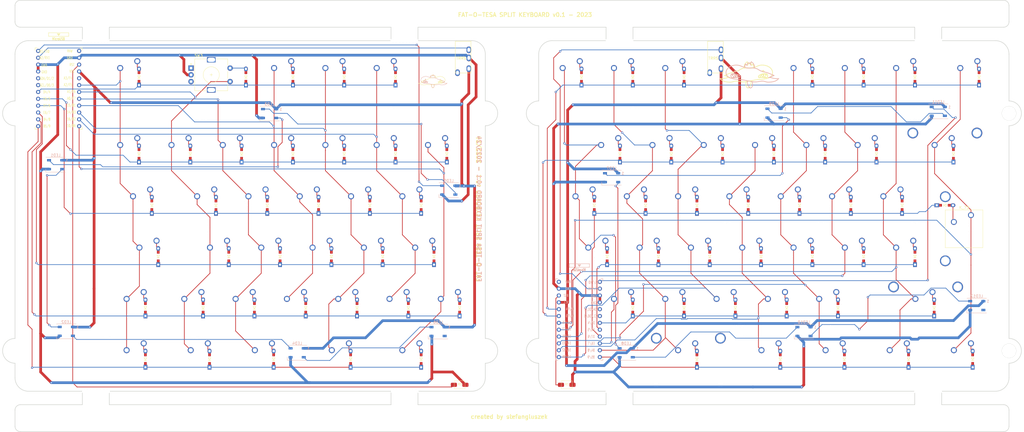
<source format=kicad_pcb>
(kicad_pcb (version 20221018) (generator pcbnew)
  (title_block (title "Fatotesa KDB"))
  (layers (0 "F.Cu" signal) (31 "B.Cu" signal) (34 "B.Paste" user) (35 "F.Paste" user) (36 "B.SilkS" user "B.Silkscreen") (37 "F.SilkS" user "F.Silkscreen") (38 "B.Mask" user) (39 "F.Mask" user) (44 "Edge.Cuts" user))
  (net 0 "")
  (net 1 "Net-(D_0-A)")
  (net 2 "Net-(D_1-A)")
  (net 3 "col0")
  (net 4 "col1")
  (net 5 "col2")
  (net 6 "col3")
  (net 7 "col4")
  (net 8 "col5")
  (net 9 "col6")
  (net 10 "Net-(D_2-A)")
  (net 11 "row0")
  (net 12 "row2")
  (net 13 "row5")
  (net 14 "row6")
  (net 15 "Net-(D_3-A)")
  (net 16 "Net-(D_4-A)")
  (net 17 "Net-(D_5-A)")
  (net 18 "Net-(D_6-A)")
  (net 19 "Net-(D_7-A)")
  (net 20 "Net-(D_8-A)")
  (net 21 "Net-(D_9-A)")
  (net 22 "Net-(D_10-A)")
  (net 23 "Net-(D_11-A)")
  (net 24 "Net-(D_12-A)")
  (net 25 "Net-(D_13-A)")
  (net 26 "Net-(D_14-A)")
  (net 27 "Net-(D_15-A)")
  (net 28 "Net-(D_16-A)")
  (net 29 "Net-(D_17-A)")
  (net 30 "Net-(D_18-A)")
  (net 31 "Net-(D_19-A)")
  (net 32 "Net-(D_20-A)")
  (net 33 "Net-(D_21-A)")
  (net 34 "Net-(D_22-A)")
  (net 35 "Net-(D_23-A)")
  (net 36 "Net-(D_24-A)")
  (net 37 "Net-(D_25-A)")
  (net 38 "Net-(D_26-A)")
  (net 39 "Net-(D_27-A)")
  (net 40 "Net-(D_28-A)")
  (net 41 "Net-(D_29-A)")
  (net 42 "Net-(D_30-A)")
  (net 43 "Net-(D_31-A)")
  (net 44 "Net-(D_32-A)")
  (net 45 "Net-(D_33-A)")
  (net 46 "Net-(D_34-A)")
  (net 47 "data")
  (net 48 "GND")
  (net 49 "VCC")
  (net 50 "reset")
  (net 52 "row3")
  (net 53 "row4")
  (net 54 "Net-(D_35-A)")
  (net 55 "Net-(D_36-A)")
  (net 56 "Net-(D_37-A)")
  (net 57 "Net-(D_38-A)")
  (net 58 "Net-(D_39-A)")
  (net 59 "Net-(D_40-A)")
  (net 60 "Net-(D_41-A)")
  (net 61 "Net-(D_42-A)")
  (net 62 "Net-(D_43-A)")
  (net 63 "Net-(D_44-A)")
  (net 64 "Net-(D_45-A)")
  (net 65 "Net-(D_46-A)")
  (net 66 "Net-(D_47-A)")
  (net 67 "Net-(D_48-A)")
  (net 68 "Net-(D_49-A)")
  (net 69 "Net-(D_50-A)")
  (net 70 "Net-(D_51-A)")
  (net 71 "Net-(D_52-A)")
  (net 72 "Net-(D_53-A)")
  (net 73 "Net-(D_54-A)")
  (net 74 "Net-(D_55-A)")
  (net 75 "Net-(D_56-A)")
  (net 76 "Net-(D_57-A)")
  (net 77 "Net-(D_58-A)")
  (net 78 "Net-(D_59-A)")
  (net 79 "Net-(D_60-A)")
  (net 80 "Net-(D_61-A)")
  (net 81 "Net-(D_62-A)")
  (net 82 "Net-(D_63-A)")
  (net 83 "Net-(D_64-A)")
  (net 84 "Net-(D_65-A)")
  (net 85 "Net-(D_66-A)")
  (net 86 "Net-(D_67-A)")
  (net 87 "Net-(D_68-A)")
  (net 88 "Net-(D_69-A)")
  (net 89 "Net-(D_70-A)")
  (net 90 "Net-(D_71-A)")
  (net 91 "Net-(D_72-A)")
  (net 92 "Net-(D_73-A)")
  (net 93 "Net-(D_74-A)")
  (net 94 "row0_r")
  (net 95 "row2_r")
  (net 96 "row1_r")
  (net 97 "row3_r")
  (net 98 "row4_r")
  (net 99 "row5_r")
  (net 100 "data_r")
  (net 101 "col0_r")
  (net 102 "reset_r")
  (net 103 "GNDA")
  (net 104 "VDD")
  (net 105 "col1_r")
  (net 106 "col2_r")
  (net 107 "col3_r")
  (net 108 "col4_r")
  (net 109 "col5_r")
  (net 110 "col6_r")
  (net 111 "col7_r")
  (net 120 "encA")
  (net 121 "encB")
  (net 122 "rotB")
  (net 123 "LED")
  (net 124 "Net-(LED1-DOUT)")
  (net 125 "Net-(LED1-DIN)")
  (net 126 "Net-(LED2-DOUT)")
  (net 127 "Net-(LED3-DIN)")
  (net 128 "Net-(LED4-DOUT)")
  (net 130 "Net-(LED7-DOUT)")
  (net 131 "Net-(LED7-DIN)")
  (net 132 "Net-(LED10-DIN)")
  (net 133 "Net-(LED11-DOUT)")
  (net 134 "Net-(LED10-DOUT)")
  (net 135 "LED_r")
  (footprint "MX_Only:MXOnly-1U-NoLED" (layer "F.Cu") (at 264.3027 165.0902)
    (fp_text reference "K_38")
    (fp_text value "KEYSW")
  )
  (footprint "kbd:D3_TH" (layer "F.Cu") (at 126.992 165.8833 90)
    (fp_text reference "D_6" hide)
    (fp_text value "D" hide)
  )
  (footprint "LOGO" (layer "F.Cu") (at 197.6313 138.8975)
    (fp_text reference "G***" hide)
    (fp_text value "LOGO" hide)
  )
  (footprint "kbd:D3_TH" (layer "F.Cu") (at 207.9494 223.0297 90)
    (fp_text reference "D_29" hide)
    (fp_text value "D" hide)
  )
  (footprint "kbd:D3_TH" (layer "F.Cu") (at 272.2391 137.3101 90)
    (fp_text reference "D_37" hide)
    (fp_text value "D" hide)
  )
  (footprint "Keebio-Parts:breakaway-mousebites_fat-o-tesa" (layer "F.Cu") (at 267.33 253.946 180)
    (fp_text reference "H38" hide)
    (fp_text value "MountingHole" hide)
  )
  (footprint "kbd:ResetSMD_SG" (layer "F.Cu") (at 207.9494 251.6029)
    (fp_text reference "SW1" hide)
    (fp_text value "SW_PUSH")
  )
  (footprint "kbd:D3_TH" (layer "F.Cu") (at 203.1872 165.8833 90)
    (fp_text reference "D_10" hide)
    (fp_text value "D" hide)
  )
  (footprint "MX_Only:MXOnly-1U-NoLED" (layer "F.Cu") (at 85.7202 165.0902)
    (fp_text reference "K_4")
    (fp_text value "KEYSW")
  )
  (footprint "MX_Only:MXOnly-1U-NoLED" (layer "F.Cu") (at 354.7833 203.1878)
    (fp_text reference "K_66")
    (fp_text value "KEYSW")
  )
  (footprint "MX_Only:MXOnly-1U-NoLED" (layer "F.Cu") (at 388.1199 165.0902)
    (fp_text reference "K_69")
    (fp_text value "KEYSW")
  )
  (footprint "kbd:D3_TH" (layer "F.Cu") (at 165.0896 137.3101 90)
    (fp_text reference "D_2" hide)
    (fp_text value "D" hide)
  )
  (footprint "MX_Only:MXOnly-1U-NoLED" (layer "F.Cu") (at 250.0149 136.517)
    (fp_text reference "K_35")
    (fp_text value "KEYSW")
  )
  (footprint "kbd:D3_TH" (layer "F.Cu") (at 91.2755 242.0785 90)
    (fp_text reference "D_30" hide)
    (fp_text value "D" hide)
  )
  (footprint "MountingHole:MountingHole_4.3mm_M4" (layer "F.Cu") (at 344.4272 231.7562)
    (fp_text reference "H23" hide)
    (fp_text value "MountingHole")
  )
  (footprint "MountingHole:MountingHole_4.3mm_M4" (layer "F.Cu") (at 376.9303 193.6628)
    (fp_text reference "H20" hide)
    (fp_text value "MountingHole")
  )
  (footprint "MX_Only:MXOnly-1U-NoLED" (layer "F.Cu") (at 269.0643 222.2342)
    (fp_text reference "K_41")
    (fp_text value "KEYSW")
  )
  (footprint "MountingHole:MountingHole_4.3mm_M4" (layer "F.Cu") (at 112.6668 193.6628)
    (fp_text reference "H6" hide)
    (fp_text value "MountingHole")
  )
  (footprint "kbd:D3_TH" (layer "F.Cu") (at 348.4343 223.0297 90)
    (fp_text reference "D_61" hide)
    (fp_text value "D" hide)
  )
  (footprint "MX_Only:MXOnly-1U-NoLED" (layer "F.Cu") (at 273.84805 184.1378)
    (fp_text reference "K_39")
    (fp_text value "KEYSW")
  )
  (footprint "MountingHole:MountingHole_4.3mm_M4" (layer "F.Cu") (at 307.3163 150.8036)
    (fp_text reference "H14" hide)
    (fp_text value "MountingHole")
  )
  (footprint "MountingHole:MountingHole_4.3mm_M4" (layer "F.Cu") (at 272.3163 231.7562)
    (fp_text reference "H21" hide)
    (fp_text value "MountingHole")
  )
  (footprint "MX_Only:MXOnly-1U-NoLED" (layer "F.Cu") (at 316.6857 203.1878)
    (fp_text reference "K_54")
    (fp_text value "KEYSW")
  )
  (footprint "MX_Only:MXOnly-1.75U-NoLED" (layer "F.Cu") (at 92.86395 203.1878)
    (fp_text reference "K_17")
    (fp_text value "KEYSW")
  )
  (footprint "kbd:D3_TH" (layer "F.Cu") (at 138.8975 242.0785 90)
    (fp_text reference "D_32" hide)
    (fp_text value "D" hide)
  )
  (footprint "kbd:D3_TH" (layer "F.Cu") (at 286.5257 165.8833 90)
    (fp_text reference "D_43" hide)
    (fp_text value "D" hide)
  )
  (footprint "kbd:D3_TH" (layer "F.Cu") (at 155.5652 184.9321 90)
    (fp_text reference "D_14" hide)
    (fp_text value "D" hide)
  )
  (footprint "kbd:D3_TH" (layer "F.Cu") (at 150.803 223.0297 90)
    (fp_text reference "D_26" hide)
    (fp_text value "D" hide)
  )
  (footprint "MX_Only:MXOnly-1U-NoLED" (layer "F.Cu") (at 128.58 222.2366)
    (fp_text reference "K_25")
    (fp_text value "KEYSW")
  )
  (footprint "MX_Only:MXOnly-1U-NoLED" (layer "F.Cu") (at 345.2601 222.2366)
    (fp_text reference "K_61")
    (fp_text value "KEYSW")
  )
  (footprint "Keebio-Parts:RotaryEncoder_Alps_EC11E-Switch_Vertical_H20mm" (layer "F.Cu") (at 115.7227 136.5086)
    (fp_text reference "SW3")
    (fp_text value "RotaryEncoder_Switch" hide)
  )
  (footprint "Keebio-Parts:breakaway-mousebites_fat-o-tesa" (layer "F.Cu") (at 187.63 253.946 180)
    (fp_text reference "H39" hide)
    (fp_text value "MountingHole" hide)
  )
  (footprint "MX_Only:MXOnly-1U-NoLED" (layer "F.Cu") (at 359.5449 165.0938)
    (fp_text reference "K_64")
    (fp_text value "KEYSW")
  )
  (footprint "MX_Only:MXOnly-1U-NoLED" (layer "F.Cu") (at 254.7771 184.139)
    (fp_text reference "K_36")
    (fp_text value "KEYSW")
  )
  (footprint "kbd:D3_TH" (layer "F.Cu") (at 377.0075 203.9809 90)
    (fp_text reference "D_70" hide)
    (fp_text value "D" hide)
  )
  (footprint "MX_Only:MXOnly-1.25U-NoLED" (layer "F.Cu") (at 135.72345 241.2854)
    (fp_text reference "K_32")
    (fp_text value "KEYSW")
  )
  (footprint "kbd:D3_TH" (layer "F.Cu") (at 400.8185 137.3101 90)
    (fp_text reference "D_72" hide)
    (fp_text value "D" hide)
  )
  (footprint "MX_Only:MXOnly-1U-NoLED" (layer "F.Cu") (at 292.8741 241.2854)
    (fp_text reference "K_47")
    (fp_text value "KEYSW")
  )
  (footprint "MX_Only:MXOnly-1U-NoLED" (layer "F.Cu") (at 190.4886 241.2854)
    (fp_text reference "K_34")
    (fp_text value "KEYSW")
  )
  (footprint "MX_Only:MXOnly-1U-NoLED" (layer "F.Cu") (at 278.5881 203.1878)
    (fp_text reference "K_45")
    (fp_text value "KEYSW")
  )
  (footprint "MX_Only:MXOnly-1U-NoLED" (layer "F.Cu") (at 138.1044 203.1878)
    (fp_text reference "K_19")
    (fp_text value "KEYSW")
  )
  (footprint "kbd:D3_TH" (layer "F.Cu") (at 112.7054 223.0297 90)
    (fp_text reference "D_24" hide)
    (fp_text value "D" hide)
  )
  (footprint "MountingHole:MountingHole_4.3mm_M4" (layer "F.Cu") (at 307.3163 193.6628)
    (fp_text reference "H18" hide)
    (fp_text value "MountingHole")
  )
  (footprint "MountingHole:MountingHole_5.3mm_M5" (layer "F.Cu") (at 42.8598 150.8036)
    (fp_text reference "H25" hide)
    (fp_text value "MountingHole")
  )
  (footprint "kbd:D3_TH" (layer "F.Cu") (at 193.6628 242.0785 90)
    (fp_text reference "D_34" hide)
    (fp_text value "D" hide)
  )
  (footprint "kbd:D3_TH" (layer "F.Cu") (at 388.1193 184.9321)
    (fp_text reference "D_73" hide)
    (fp_text value "D" hide)
  )
  (footprint "kbd:D3_TH" (layer "F.Cu") (at 357.9587 137.3101 90)
    (fp_text reference "D_63" hide)
    (fp_text value "D" hide)
  )
  (footprint "kbd:D3_TH" (layer "F.Cu") (at 310.3367 223.0297 90)
    (fp_text reference "D_51" hide)
    (fp_text value "D" hide)
  )
  (footprint "kbd:D3_TH" (layer "F.Cu") (at 300.8123 203.9809 90)
    (fp_text reference "D_50" hide)
    (fp_text value "D" hide)
  )
  (footprint "MountingHole:MountingHole_5.3mm_M5" (layer "F.Cu") (at 42.8598 238.984)
    (fp_text reference "H26" hide)
    (fp_text value "MountingHole")
  )
  (footprint "MX_Only:MXOnly-1.25U-NoLED" (layer "F.Cu") (at 371.45085 241.2854)
    (fp_text reference "K_67")
    (fp_text value "KEYSW")
  )
  (footprint "MX_Only:MXOnly-1U-NoLED" (layer "F.Cu") (at 85.7202 136.517)
    (fp_text reference "K_0")
    (fp_text value "KEYSW")
  )
  (footprint "MX_Only:MXOnly-1U-NoLED" (layer "F.Cu") (at 180.963 136.5056)
    (fp_text reference "K_3")
    (fp_text value "KEYSW")
  )
  (footprint "Keebio-Parts:breakaway-mousebites_fat-o-tesa" (layer "F.Cu") (at 72.98 253.996 180)
    (fp_text reference "H40" hide)
    (fp_text value "MountingHole" hide)
  )
  (footprint "MX_Only:MXOnly-1U-NoLED" (layer "F.Cu") (at 190.4886 184.139)
    (fp_text reference "K_16")
    (fp_text value "KEYSW")
  )
  (footprint "MX_Only:MXOnly-1U-NoLED" (layer "F.Cu") (at 335.7345 136.517)
    (fp_text reference "K_57")
    (fp_text value "KEYSW")
  )
  (footprint "MX_Only:MXOnly-1.5U-NoLED" (layer "F.Cu") (at 90.4827 184.139)
    (fp_text reference "K_11")
    (fp_text value "KEYSW")
  )
  (footprint "kbd:D3_TH" (layer "F.Cu") (at 327.0044 242.0785 90)
    (fp_text reference "D_56" hide)
    (fp_text value "D" hide)
  )
  (footprint "kbd:D3_TH" (layer "F.Cu") (at 319.8611 203.9809 90)
    (fp_text reference "D_54" hide)
    (fp_text value "D" hide)
  )
  (footprint "kbd:D3_TH" (layer "F.Cu") (at 96.0377 203.9809 90)
    (fp_text reference "D_17" hide)
    (fp_text value "D" hide)
  )
  (footprint "MX_Only:MXOnly-1.25U-NoLED" (layer "F.Cu") (at 347.64135 241.283)
    (fp_text reference "K_62")
    (fp_text value "KEYSW")
  )
  (footprint "kbd:D3_TH" (layer "F.Cu") (at 267.4769 165.8833 90)
    (fp_text reference "D_38" hide)
    (fp_text value "D" hide)
  )
  (footprint "MountingHole:MountingHole_4.3mm_M4" (layer "F.Cu") (at 142.866 231.7562)
    (fp_text reference "H11" hide)
    (fp_text value "MountingHole")
  )
  (footprint "kbd:D3_TH" (layer "F.Cu") (at 324.6233 165.8833 90)
    (fp_text reference "D_52" hide)
    (fp_text value "D" hide)
  )
  (footprint "MX_Only:MXOnly-1U-NoLED" (layer "F.Cu") (at 104.769 165.0902)
    (fp_text reference "K_5")
    (fp_text value "KEYSW")
  )
  (footprint "Corne:ProMicro_v3_inverted" (layer "F.Cu") (at 59.0594 142.1032)
    (fp_text reference "U3" hide)
    (fp_text value "ProMicro" hide)
  )
  (footprint "MX_Only:MXOnly-1.25U-NoLED" (layer "F.Cu") (at 88.10145 222.2366)
    (fp_text reference "K_23")
    (fp_text value "KEYSW")
  )
  (footprint "MX_Only:MXOnly-1U-NoLED" (layer "F.Cu") (at 161.9154 136.517)
    (fp_text reference "K_2")
    (fp_text value "KEYSW")
  )
  (footprint "kbd:D3_TH" (layer "F.Cu") (at 281.7635 203.9809 90)
    (fp_text reference "D_45" hide)
    (fp_text value "D" hide)
  )
  (footprint "kbd:D3_TH" (layer "F.Cu") (at 257.9525 184.9321 90)
    (fp_text reference "D_36" hide)
    (fp_text value "D" hide)
  )
  (footprint "MX_Only:MXOnly-1U-NoLED" (layer "F.Cu") (at 147.6288 222.2366)
    (fp_text reference "K_26")
    (fp_text value "KEYSW")
  )
  (footprint "MX_Only:MXOnly-1U-NoLED" (layer "F.Cu") (at 292.8747 184.139)
    (fp_text reference "K_44")
    (fp_text value "KEYSW")
  )
  (footprint "kbd:D3_TH" (layer "F.Cu") (at 277.0013 184.9321 90)
    (fp_text reference "D_39" hide)
    (fp_text value "D" hide)
  )
  (footprint "MX_Only:MXOnly-1U-NoLED" (layer "F.Cu") (at 283.3497 165.0938)
    (fp_text reference "K_43")
    (fp_text value "KEYSW")
  )
  (footprint "kbd:D3_TH" (layer "F.Cu") (at 296.0501 242.0785 90)
    (fp_text reference "D_47" hide)
    (fp_text value "D" hide)
  )
  (footprint "kbd:D3_TH" (layer "F.Cu") (at 165.0896 165.8833 90)
    (fp_text reference "D_8" hide)
    (fp_text value "D" hide)
  )
  (footprint "kbd:D3_TH" (layer "F.Cu") (at 136.5164 184.9321 90)
    (fp_text reference "D_13" hide)
    (fp_text value "D" hide)
  )
  (footprint "PCM_marbastlib-mx:STAB_MX_P_2.75u" (layer "F.Cu") (at 380.97765 222.2366)
    (fp_text reference "S2" hide)
    (fp_text value "MX_stab")
  )
  (footprint "MX_Only:MXOnly-1U-NoLED" (layer "F.Cu") (at 288.1125 136.517)
    (fp_text reference "K_42")
    (fp_text value "KEYSW")
  )
  (footprint "MX_Only:MXOnly-1U-NoLED" (layer "F.Cu") (at 180.9642 165.0902)
    (fp_text reference "K_9")
    (fp_text value "KEYSW")
  )
  (footprint "MountingHole:MountingHole_4.3mm_M4" (layer "F.Cu") (at 342.1233 150.8036)
    (fp_text reference "H15" hide)
    (fp_text value "MountingHole")
  )
  (footprint "MountingHole:MountingHole_5.3mm_M5" (layer "F.Cu") (at 217.4738 150.8036)
    (fp_text reference "H31" hide)
    (fp_text value "MountingHole")
  )
  (footprint "MX_Only:MXOnly-1U-NoLED" (layer "F.Cu") (at 152.391 184.139)
    (fp_text reference "K_14")
    (fp_text value "KEYSW")
  )
  (footprint "MountingHole:MountingHole_4.3mm_M4" (layer "F.Cu") (at 77.8598 150.8036)
    (fp_text reference "H1" hide)
    (fp_text value "MountingHole")
  )
  (footprint "MountingHole:MountingHole_5.3mm_M5" (layer "F.Cu") (at 411.9303 150.8036)
    (fp_text reference "H29" hide)
    (fp_text value "MountingHole")
  )
  (footprint "kbd:D3_TH" (layer "F.Cu") (at 362.7209 165.8833 90)
    (fp_text reference "D_64" hide)
    (fp_text value "D" hide)
  )
  (footprint "MX_Only:MXOnly-1U-NoLED" (layer "F.Cu") (at 350.04325 184.1378)
    (fp_text reference "K_59")
    (fp_text value "KEYSW")
  )
  (footprint "kbd:D3_TH" (layer "F.Cu") (at 160.3274 203.9809 90)
    (fp_text reference "D_20" hide)
    (fp_text value "D" hide)
  )
  (footprint "kbd:ResetSMD_SG" (layer "F.Cu") (at 247.7096 251.6029)
    (fp_text reference "SW2" hide)
    (fp_text value "SW_PUSH")
  )
  (footprint "MX_Only:MXOnly-1U-NoLED" (layer "F.Cu") (at 340.4979 165.0902)
    (fp_text reference "K_58")
    (fp_text value "KEYSW")
  )
  (footprint "kbd:D3_TH" (layer "F.Cu") (at 107.9432 165.8833 90)
    (fp_text reference "D_5" hide)
    (fp_text value "D" hide)
  )
  (footprint "Button_Switch_Keyboard:SW_Cherry_MX_ISOEnter_PCB" (layer "F.Cu") (at 397.80185 188.584)
    (fp_text reference "K_73")
    (fp_text value "KEYSW")
  )
  (footprint "MX_Only:MXOnly-1.75U-NoLED" (layer "F.Cu") (at 164.29695 241.2854)
    (fp_text reference "K_33")
    (fp_text value "KEYSW")
  )
  (footprint "MX_Only:MXOnly-1U-NoLED" (layer "F.Cu") (at 397.6431 136.517)
    (fp_text reference "K_72")
    (fp_text value "KEYSW")
  )
  (footprint "MountingHole:MountingHole_5.3mm_M5" (layer "F.Cu") (at 217.4738 238.984)
    (fp_text reference "H27" hide)
    (fp_text value "MountingHole")
  )
  (footprint "MX_Only:MXOnly-1U-NoLED" (layer "F.Cu") (at 133.3422 184.139)
    (fp_text reference "K_13")
    (fp_text value "KEYSW")
  )
  (footprint "kbd:D3_TH" (layer "F.Cu") (at 88.8944 165.8833 90)
    (fp_text reference "D_4" hide)
    (fp_text value "D" hide)
  )
  (footprint "MountingHole:MountingHole_4.3mm_M4" (layer "F.Cu") (at 342.1233 193.6628)
    (fp_text reference "H19" hide)
    (fp_text value "MountingHole")
  )
  (footprint "kbd:D3_TH" (layer "F.Cu") (at 167.4707 242.0785 90)
    (fp_text reference "D_33" hide)
    (fp_text value "D" hide)
  )
  (footprint "PCM_marbastlib-mx:STAB_MX_P_2u" (layer "F.Cu") (at 388.1211 165.0866)
    (fp_text reference "S4" hide)
    (fp_text value "MX_stab")
  )
  (footprint "kbd:D3_TH" (layer "F.Cu") (at 131.7542 223.0297 90)
    (fp_text reference "D_25" hide)
    (fp_text value "D" hide)
  )
  (footprint "kbd:D3_TH" (layer "F.Cu") (at 315.0989 184.9321 90)
    (fp_text reference "D_49" hide)
    (fp_text value "D" hide)
  )
  (footprint "Corne:MJ-4PP-9_1side" (layer "F.Cu") (at 302.9123 123.9227)
    (fp_text reference "J2")
    (fp_text value "MJ-4PP-9" hide)
  )
  (footprint "MX_Only:MXOnly-1U-NoLED" (layer "F.Cu") (at 288.1107 222.2342)
    (fp_text reference "K_46")
    (fp_text value "KEYSW")
  )
  (footprint "kbd:D3_TH" (layer "F.Cu") (at 169.8518 223.0297 90)
    (fp_text reference "D_27" hide)
    (fp_text value "D" hide)
  )
  (footprint "MountingHole:MountingHole_5.3mm_M5" (layer "F.Cu") (at 237.3163 238.984)
    (fp_text reference "H28" hide)
    (fp_text value "MountingHole")
  )
  (footprint "MX_Only:MXOnly-1U-NoLED" (layer "F.Cu") (at 269.0637 136.517)
    (fp_text reference "K_37")
    (fp_text value "KEYSW")
  )
  (footprint "kbd:D3_TH" (layer "F.Cu") (at 198.425 203.9809 90)
    (fp_text reference "D_22" hide)
    (fp_text value "D" hide)
  )
  (footprint "MX_Only:MXOnly-1U-NoLED" (layer "F.Cu") (at 119.0556 203.1878)
    (fp_text reference "K_18")
    (fp_text value "KEYSW")
  )
  (footprint "MX_Only:MXOnly-1U-NoLED" (layer "F.Cu") (at 326.2107 222.2342)
    (fp_text reference "K_55")
    (fp_text value "KEYSW")
  )
  (footprint "MX_Only:MXOnly-1U-NoLED" (layer "F.Cu") (at 200.013 165.0902)
    (fp_text reference "K_10")
    (fp_text value "KEYSW")
  )
  (footprint "kbd:D3_TH" (layer "F.Cu") (at 296.0501 184.9321 90)
    (fp_text reference "D_44" hide)
    (fp_text value "D" hide)
  )
  (footprint "MX_Only:MXOnly-1U-NoLED" (layer "F.Cu") (at 321.4473 165.0938)
    (fp_text reference "K_52")
    (fp_text value "KEYSW")
  )
  (footprint "MX_Only:MXOnly-1.25U-NoLED" (layer "F.Cu") (at 111.91245 241.2854)
    (fp_text reference "K_31")
    (fp_text value "KEYSW")
  )
  (footprint "kbd:D3_TH" (layer "F.Cu") (at 193.6628 184.9321 90)
    (fp_text reference "D_16" hide)
    (fp_text value "D" hide)
  )
  (footprint "MX_Only:MXOnly-1U-NoLED" (layer "F.Cu") (at 171.4398 184.139)
    (fp_text reference "K_15")
    (fp_text value "KEYSW")
  )
  (footprint "MountingHole:MountingHole_4.3mm_M4" (layer "F.Cu") (at 272.3163 150.8036)
    (fp_text reference "H13" hide)
    (fp_text value "MountingHole")
  )
  (footprint "MX_Only:MXOnly-1U-NoLED" (layer "F.Cu") (at 335.7369 203.1878)
    (fp_text reference "K_60")
    (fp_text value "KEYSW")
  )
  (footprint "MX_Only:MXOnly-1U-NoLED" (layer "F.Cu") (at 157.1532 203.1878)
    (fp_text reference "K_20")
    (fp_text value "KEYSW")
  )
  (footprint "kbd:D3_TH" (layer "F.Cu") (at 291.2879 223.0297 90)
    (fp_text reference "D_46" hide)
    (fp_text value "D" hide)
  )
  (footprint "Keebio-Parts:breakaway-mousebites_fat-o-tesa" (layer "F.Cu") (at 267.28 123.85)
    (fp_text reference "H35" hide)
    (fp_text value "MountingHole" hide)
  )
  (footprint "kbd:D3_TH" (layer "F.Cu") (at 384.1508 223.0297 90)
    (fp_text reference "D_71" hide)
    (fp_text value "D" hide)
  )
  (footprint "kbd:D3_TH" (layer "F.Cu") (at 128.5794 137.3101 90)
    (fp_text reference "D_75" hide)
    (fp_text value "D" hide)
  )
  (footprint "MX_Only:MXOnly-1U-NoLED" (layer "F.Cu") (at 307.1595 222.2342)
    (fp_text reference "K_51")
    (fp_text value "KEYSW")
  )
  (footprint "MountingHole:MountingHole_4.3mm_M4" (layer "F.Cu") (at 110.3629 231.7562)
    (fp_text reference "H10" hide)
    (fp_text value "MountingHole")
  )
  (footprint "MountingHole:MountingHole_4.3mm_M4" (layer "F.Cu") (at 376.9303 231.7562)
    (fp_text reference "H24" hide)
    (fp_text value "MountingHole")
  )
  (footprint "kbd:D3_TH" (layer "F.Cu") (at 117.4676 184.9321 90)
    (fp_text reference "D_12" hide)
    (fp_text value "D" hide)
  )
  (footprint "Corne:MJ-4PP-9_1side" (layer "F.Cu") (at 209.2557 123.9227)
    (fp_text reference "J1")
    (fp_text value "MJ-4PP-9" hide)
  )
  (footprint "MountingHole:MountingHole_5.3mm_M5" (layer "F.Cu") (at 237.3163 150.8036)
    (fp_text reference "H32" hide)
    (fp_text value "MountingHole")
  )
  (footprint "PCM_marbastlib-mx:STAB_MX_P_2u" (layer "F.Cu") (at 292.8741 241.2854)
    (fp_text reference "S3" hide)
    (fp_text value "MX_stab")
  )
  (footprint "MX_Only:MXOnly-1U-NoLED" (layer "F.Cu") (at 185.7264 222.2366)
    (fp_text reference "K_28")
    (fp_text value "KEYSW")
  )
  (footprint "MountingHole:MountingHole_4.3mm_M4" (layer "F.Cu") (at 77.8598 231.7562)
    (fp_text reference "H9" hide)
    (fp_text value "MountingHole")
  )
  (footprint "kbd:D3_TH" (layer "F.Cu") (at 146.0408 137.3101 90)
    (fp_text reference "D_1" hide)
    (fp_text value "D" hide)
  )
  (footprint "MX_Only:MXOnly-1U-NoLED" (layer "F.Cu") (at 109.5312 222.2366)
    (fp_text reference "K_24")
    (fp_text value "KEYSW")
  )
  (footprint "kbd:D3_TH" (layer "F.Cu") (at 338.9099 203.9809 90)
    (fp_text reference "D_60" hide)
    (fp_text value "D" hide)
  )
  (footprint "kbd:D3_TH" (layer "F.Cu") (at 174.614 184.9321 90)
    (fp_text reference "D_15" hide)
    (fp_text value "D" hide)
  )
  (footprint "MX_Only:MXOnly-1U-NoLED" (layer "F.Cu") (at 204.7752 222.2366)
    (fp_text reference "K_29")
    (fp_text value "KEYSW")
  )
  (footprint "MX_Only:MXOnly-1U-NoLED" (layer "F.Cu") (at 123.8178 165.0902)
    (fp_text reference "K_6")
    (fp_text value "KEYSW")
  )
  (footprint "MX_Only:MXOnly-1U-NoLED" (layer "F.Cu") (at 330.99265 184.1414)
    (fp_text reference "K_53")
    (fp_text value "KEYSW")
  )
  (footprint "kbd:D3_TH" (layer "F.Cu") (at 93.6566 184.9321 90)
    (fp_text reference "D_11" hide)
    (fp_text value "D" hide)
  )
  (footprint "kbd:D3_TH" (layer "F.Cu") (at 338.9099 137.3101 90)
    (fp_text reference "D_57" hide)
    (fp_text value "D" hide)
  )
  (footprint "PCM_marbastlib-mx:STAB_MX_P_2u" (layer "F.Cu") (at 395.2626 193.6628 90)
    (fp_text reference "S1" hide)
    (fp_text value "MX_stab")
  )
  (footprint "MountingHole:MountingHole_4.3mm_M4" (layer "F.Cu") (at 182.4738 150.8036)
    (fp_text reference "H4" hide)
    (fp_text value "MountingHole")
  )
  (footprint "MX_Only:MXOnly-1U-NoLED" (layer "F.Cu") (at 373.8333 136.517)
    (fp_text reference "K_68")
    (fp_text value "KEYSW")
  )
  (footprint "kbd:D3_TH" (layer "F.Cu") (at 122.2298 203.9809 90)
    (fp_text reference "D_18" hide)
    (fp_text value "D" hide)
  )
  (footprint "MountingHole:MountingHole_4.3mm_M4" (layer "F.Cu") (at 182.4738 193.6628)
    (fp_text reference "H8" hide)
    (fp_text value "MountingHole")
  )
  (footprint "MountingHole:MountingHole_4.3mm_M4" (layer "F.Cu") (at 182.4738 231.7562)
    (fp_text reference "H12" hide)
    (fp_text value "MountingHole")
  )
  (footprint "kbd:D3_TH" (layer "F.Cu") (at 343.6721 165.8833 90)
    (fp_text reference "D_58" hide)
    (fp_text value "D" hide)
  )
  (footprint "MX_Only:MXOnly-1U-NoLED" (layer "F.Cu") (at 259.5417 203.1878)
    (fp_text reference "K_40")
    (fp_text value "KEYSW")
  )
  (footprint "MX_Only:MXOnly-1U-NoLED" (layer "F.Cu") (at 161.9154 165.0902)
    (fp_text reference "K_8")
    (fp_text value "KEYSW")
  )
  (footprint "kbd:D3_TH" (layer "F.Cu") (at 291.2879 137.3101 90)
    (fp_text reference "D_42" hide)
    (fp_text value "D" hide)
  )
  (footprint "MountingHole:MountingHole_4.3mm_M4" (layer "F.Cu") (at 311.9241 231.7562)
    (fp_text reference "H22" hide)
    (fp_text value "MountingHole")
  )
  (footprint "MX_Only:MXOnly-1U-NoLED" (layer "F.Cu") (at 166.6776 222.2366)
    (fp_text reference "K_27")
    (fp_text value "KEYSW")
  )
  (footprint "MX_Only:MXOnly-1U-NoLED" (layer "F.Cu") (at 311.9235 184.139)
    (fp_text reference "K_49")
    (fp_text value "KEYSW")
  )
  (footprint "MX_Only:MXOnly-1U-NoLED" (layer "F.Cu") (at 373.8348 203.1866)
    (fp_text reference "K_70")
    (fp_text value "KEYSW")
  )
  (footprint "kbd:D3_TH" (layer "F.Cu") (at 88.8944 137.3101 90)
    (fp_text reference "D_0" hide)
    (fp_text value "D" hide)
  )
  (footprint "MX_Only:MXOnly-1U-NoLED" (layer "F.Cu") (at 176.202 203.1878)
    (fp_text reference "K_21")
    (fp_text value "KEYSW")
  )
  (footprint "MX_Only:MXOnly-1U-NoLED" (layer "F.Cu") (at 302.4003 165.0902)
    (fp_text reference "K_48")
    (fp_text value "KEYSW")
  )
  (footprint "LOGO" (layer "F.Cu") (at 314.3052 136.5164)
    (fp_text reference "G***" hide)
    (fp_text value "LOGO" hide)
  )
  (footprint "kbd:D3_TH" (layer "F.Cu") (at 350.8154 242.0785 90)
    (fp_text reference "D_62" hide)
    (fp_text value "D" hide)
  )
  (footprint "kbd:D3_TH" (layer "F.Cu") (at 91.2755 223.0297 90)
    (fp_text reference "D_23" hide)
    (fp_text value "D" hide)
  )
  (footprint "MX_Only:MXOnly-1U-NoLED" (layer "F.Cu") (at 380.97765 222.2366)
    (fp_text reference "K_71")
    (fp_text value "KEYSW")
  )
  (footprint "kbd:D3_TH" (layer "F.Cu") (at 272.2391 223.0297 90)
    (fp_text reference "D_41" hide)
    (fp_text value "D" hide)
  )
  (footprint "MountingHole:MountingHole_4.3mm_M4" (layer "F.Cu") (at 147.4738 193.6628)
    (fp_text reference "H7" hide)
    (fp_text value "MountingHole")
  )
  (footprint "Keebio-Parts:breakaway-mousebites_fat-o-tesa" (layer "F.Cu") (at 381.93 123.8)
    (fp_text reference "H36" hide)
    (fp_text value "MountingHole" hide)
  )
  (footprint "Keebio-Parts:breakaway-mousebites_fat-o-tesa" (layer "F.Cu") (at 72.78 123.85)
    (fp_text reference "H33" hide)
    (fp_text value "MountingHole" hide)
  )
  (footprint "Keebio-Parts:breakaway-mousebites_fat-o-tesa" (layer "F.Cu") (at 187.33 123.85)
    (fp_text reference "H34" hide)
    (fp_text value "MountingHole" hide)
  )
  (footprint "MX_Only:MXOnly-1U-NoLED" (layer "F.Cu") (at 114.2934 184.139)
    (fp_text reference "K_12")
    (fp_text value "KEYSW")
  )
  (footprint "kbd:D3_TH" (layer "F.Cu") (at 357.9587 203.9809 90)
    (fp_text reference "D_66" hide)
    (fp_text value "D" hide)
  )
  (footprint "kbd:D3_TH" (layer "F.Cu") (at 141.2786 203.9809 90)
    (fp_text reference "D_19" hide)
    (fp_text value "D" hide)
  )
  (footprint "kbd:D3_TH" (layer "F.Cu") (at 329.3855 223.0297 90)
    (fp_text reference "D_55" hide)
    (fp_text value "D" hide)
  )
  (footprint "MountingHole:MountingHole_4.3mm_M4" (layer "F.Cu") (at 77.8598 193.6628)
    (fp_text reference "H5" hide)
    (fp_text value "MountingHole")
  )
  (footprint "kbd:D3_TH" (layer "F.Cu") (at 179.3762 203.9809 90)
    (fp_text reference "D_21" hide)
    (fp_text value "D" hide)
  )
  (footprint "kbd:D3_TH" (layer "F.Cu") (at 305.5745 165.8833 90)
    (fp_text reference "D_48" hide)
    (fp_text value "D" hide)
  )
  (footprint "MountingHole:MountingHole_4.3mm_M4" (layer "F.Cu") (at 112.6668 150.8036)
    (fp_text reference "H2" hide)
    (fp_text value "MountingHole")
  )
  (footprint "kbd:D3_TH" (layer "F.Cu") (at 377.0075 137.3101 90)
    (fp_text reference "D_68" hide)
    (fp_text value "D" hide)
  )
  (footprint "MX_Only:MXOnly-1U-NoLED" (layer "F.Cu") (at 369.09205 184.1432)
    (fp_text reference "K_65")
    (fp_text value "KEYSW")
  )
  (footprint "MX_Only:MXOnly-1.25U-NoLED" (layer "F.Cu") (at 88.10145 241.2812)
    (fp_text reference "K_30")
    (fp_text value "KEYSW")
  )
  (footprint "kbd:D3_TH" (layer "F.Cu") (at 253.1903 137.3101 90)
    (fp_text reference "D_35" hide)
    (fp_text value "D" hide)
  )
  (footprint "kbd:D3_TH" (layer "F.Cu") (at 184.1384 137.3101 90)
    (fp_text reference "D_3" hide)
    (fp_text value "D" hide)
  )
  (footprint "MX_Only:MXOnly-1U-NoLED" (layer "F.Cu") (at 142.8666 136.517)
    (fp_text reference "K_1")
    (fp_text value "KEYSW")
  )
  (footprint "kbd:D3_TH" (layer "F.Cu") (at 353.1965 184.9321 90)
    (fp_text reference "D_59" hide)
    (fp_text value "D" hide)
  )
  (footprint "kbd:D3_TH" (layer "F.Cu") (at 262.7147 203.9809 90)
    (fp_text reference "D_40" hide)
    (fp_text value "D" hide)
  )
  (footprint "kbd:D3_TH" (layer "F.Cu") (at 188.9006 223.0297 90)
    (fp_text reference "D_28" hide)
    (fp_text value "D" hide)
  )
  (footprint "kbd:D3_TH" (layer "F.Cu") (at 391.2941 165.8833 90)
    (fp_text reference "D_69" hide)
    (fp_text value "D" hide)
  )
  (footprint "kbd:D3_TH" (layer "F.Cu") (at 146.0408 165.8833 90)
    (fp_text reference "D_7" hide)
    (fp_text value "D" hide)
  )
  (footprint "kbd:D3_TH" (layer "F.Cu") (at 374.6264 242.0785 90)
    (fp_text reference "D_67" hide)
    (fp_text value "D" hide)
  )
  (footprint "MX_Only:MXOnly-1U-NoLED" (layer "F.Cu") (at 354.7833 136.517)
    (fp_text reference "K_63")
    (fp_text value "KEYSW")
  )
  (footprint "MountingHole:MountingHole_4.3mm_M4" (layer "F.Cu") (at 147.4738 150.8036)
    (fp_text reference "H3" hide)
    (fp_text value "MountingHole")
  )
  (footprint "MX_Only:MXOnly-1U-NoLED" (layer "F.Cu") (at 142.8666 165.0902)
    (fp_text reference "K_7")
    (fp_text value "KEYSW")
  )
  (footprint "MX_Only:MXOnly-1.25U-NoLED" (layer "F.Cu") (at 323.83035 241.2842)
    (fp_text reference "K_56")
    (fp_text value "KEYSW")
  )
  (footprint "MX_Only:MXOnly-1U-NoLED" (layer "F.Cu") (at 297.6393 203.1878)
    (fp_text reference "K_50")
    (fp_text value "KEYSW")
  )
  (footprint "MountingHole:MountingHole_4.3mm_M4" (layer "F.Cu") (at 376.9303 150.8036)
    (fp_text reference "H16" hide)
    (fp_text value "MountingHole")
  )
  (footprint "MountingHole:MountingHole_5.3mm_M5" (layer "F.Cu") (at 411.9303 238.984)
    (fp_text reference "H30" hide)
    (fp_text value "MountingHole")
  )
  (footprint "MX_Only:MXOnly-1U-NoLED" (layer "F.Cu") (at 195.2508 203.1878)
    (fp_text reference "K_22")
    (fp_text value "KEYSW")
  )
  (footprint "kbd:D3_TH" (layer "F.Cu") (at 334.1477 184.9321 90)
    (fp_text reference "D_53" hide)
    (fp_text value "D" hide)
  )
  (footprint "kbd:D3_TH" (layer "F.Cu") (at 184.1384 165.8833 90)
    (fp_text reference "D_9" hide)
    (fp_text value "D" hide)
  )
  (footprint "kbd:D3_TH" (layer "F.Cu") (at 115.0865 242.0785 90)
    (fp_text reference "D_31" hide)
    (fp_text value "D" hide)
  )
  (footprint "MX_Only:MXOnly-1.25U-NoLED" (layer "F.Cu") (at 395.26185 241.2854)
    (fp_text reference "K_74")
    (fp_text value "KEYSW")
  )
  (footprint "MountingHole:MountingHole_4.3mm_M4" (layer "F.Cu") (at 272.3163 193.6628)
    (fp_text reference "H17" hide)
    (fp_text value "MountingHole")
  )
  (footprint "kbd:D3_TH" (layer "F.Cu") (at 398.4374 242.0785 90)
    (fp_text reference "D_74" hide)
    (fp_text value "D" hide)
  )
  (footprint "Keebio-Parts:breakaway-mousebites_fat-o-tesa" (layer "F.Cu") (at 381.93 253.996 180)
    (fp_text reference "H37" hide)
    (fp_text value "MountingHole" hide)
  )
  (footprint "kbd:D3_TH" (layer "F.Cu") (at 372.2453 184.9321 90)
    (fp_text reference "D_65" hide)
    (fp_text value "D" hide)
  )
  (footprint "LED_SMD:LED_WS2812B_PLCC4_5.0x5.0mm_P3.2mm" (layer "B.Cu") (at 199.9435 231.823 180)
    (fp_text reference "LED6")
    (fp_text value "WS2812B")
  )
  (footprint "LED_SMD:LED_WS2812B_PLCC4_5.0x5.0mm_P3.2mm" (layer "B.Cu") (at 264.371 174.6766 180)
    (fp_text reference "LED7")
    (fp_text value "WS2812B")
  )
  (footprint "LED_SMD:LED_WS2812B_PLCC4_5.0x5.0mm_P3.2mm" (layer "B.Cu") (at 137.379 150.8656 180)
    (fp_text reference "LED3")
    (fp_text value "WS2812B")
  )
  (footprint "LOGO" (layer "B.Cu") (at 316.6863 136.5164 180)
    (fp_text reference "G***" hide)
    (fp_text value "LOGO" hide)
  )
  (footprint "LED_SMD:LED_WS2812B_PLCC4_5.0x5.0mm_P3.2mm" (layer "B.Cu") (at 385.6693 150.0719 180)
    (fp_text reference "LED11")
    (fp_text value "WS2812B")
  )
  (footprint "LED_SMD:LED_WS2812B_PLCC4_5.0x5.0mm_P3.2mm" (layer "B.Cu") (at 57.9401 169.8518 180)
    (fp_text reference "LED1")
    (fp_text value "WS2812B")
  )
  (footprint "LED_SMD:LED_WS2812B_PLCC4_5.0x5.0mm_P3.2mm" (layer "B.Cu") (at 269.7891 239.6974 180)
    (fp_text reference "LED8")
    (fp_text value "WS2812B")
  )
  (footprint "LED_SMD:LED_WS2812B_PLCC4_5.0x5.0mm_P3.2mm" (layer "B.Cu") (at 203.912 179.3136 180)
    (fp_text reference "LED5")
    (fp_text value "WS2812B")
  )
  (footprint "LED_SMD:LED_WS2812B_PLCC4_5.0x5.0mm_P3.2mm" (layer "B.Cu") (at 147.6282 239.6974 180)
    (fp_text reference "LED4")
    (fp_text value "WS2812B")
  )
  (footprint "LOGO" (layer "B.Cu") (at 198.425 138.8975 180)
    (fp_text reference "G***" hide)
    (fp_text value "LOGO" hide)
  )
  (footprint "LED_SMD:LED_WS2812B_PLCC4_5.0x5.0mm_P3.2mm" (layer "B.Cu") (at 61.9086 231.7604 180)
    (fp_text reference "LED2")
    (fp_text value "WS2812B")
  )
  (footprint "LED_SMD:LED_WS2812B_PLCC4_5.0x5.0mm_P3.2mm" (layer "B.Cu") (at 399.9559 222.1734 180)
    (fp_text reference "LED12")
    (fp_text value "WS2812B")
  )
  (footprint "LED_SMD:LED_WS2812B_PLCC4_5.0x5.0mm_P3.2mm" (layer "B.Cu") (at 324.6922 150.7404 180)
    (fp_text reference "LED9")
    (fp_text value "WS2812B")
  )
  (footprint "Corne:ProMicro_v3_inverted" (layer "B.Cu") (at 252.3966 227.8421 180)
    (fp_text reference "U1" hide)
    (fp_text value "ProMicro" hide)
  )
  (footprint "LED_SMD:LED_WS2812B_PLCC4_5.0x5.0mm_P3.2mm" (layer "B.Cu") (at 335.804 231.823 180)
    (fp_text reference "LED10")
    (fp_text value "WS2812B")
  )
  (gr_line (start 42.8598 234.384) (end 42.8598 155.4036) (stroke (width 0.2)) (layer "Edge.Cuts"))
  (gr_arc (start 409.9303 258.984) (mid 411.344514 259.569786) (end 411.9303 260.984) (stroke (width 0.2)) (layer "Edge.Cuts"))
  (gr_line (start 272.3163 258.984) (end 272.3163 253.984) (stroke (width 0.2)) (layer "Edge.Cuts"))
  (gr_line (start 411.9303 234.384) (end 411.9303 155.4036) (stroke (width 0.2)) (layer "Edge.Cuts"))
  (gr_line (start 386.9303 118.8172) (end 386.9303 123.8172) (stroke (width 0.2)) (layer "Edge.Cuts"))
  (gr_arc (start 242.3163 253.984) (mid 238.780766 252.519534) (end 237.3163 248.984) (stroke (width 0.2)) (layer "Edge.Cuts"))
  (gr_line (start 272.3163 118.8172) (end 272.3163 123.8172) (stroke (width 0.2)) (layer "Edge.Cuts"))
  (gr_line (start 411.9303 248.984) (end 411.9303 243.584) (stroke (width 0.2)) (layer "Edge.Cuts"))
  (gr_line (start 67.8598 253.984) (end 47.8598 253.984) (stroke (width 0.2)) (layer "Edge.Cuts"))
  (gr_line (start 376.9303 118.8172) (end 376.9303 123.8172) (stroke (width 0.2)) (layer "Edge.Cuts"))
  (gr_line (start 237.3163 128.8172) (end 237.3163 146.2036) (stroke (width 0.2)) (layer "Edge.Cuts"))
  (gr_line (start 262.3163 123.8172) (end 242.3163 123.8172) (stroke (width 0.2)) (layer "Edge.Cuts"))
  (gr_arc (start 217.4738 234.384) (mid 222.0738 238.984) (end 217.4738 243.584) (stroke (width 0.2)) (layer "Edge.Cuts"))
  (gr_line (start 42.8598 266.984) (end 42.8598 260.984) (stroke (width 0.2)) (layer "Edge.Cuts"))
  (gr_line (start 411.9303 110.8172) (end 411.9303 116.8172) (stroke (width 0.2)) (layer "Edge.Cuts"))
  (gr_line (start 212.4738 253.984) (end 192.4738 253.984) (stroke (width 0.2)) (layer "Edge.Cuts"))
  (gr_line (start 192.4738 123.8172) (end 212.4738 123.8172) (stroke (width 0.2)) (layer "Edge.Cuts"))
  (gr_arc (start 411.9303 146.2036) (mid 416.5303 150.8036) (end 411.9303 155.4036) (stroke (width 0.2)) (layer "Edge.Cuts"))
  (gr_arc (start 42.8598 155.4036) (mid 38.2598 150.8036) (end 42.8598 146.2036) (stroke (width 0.2)) (layer "Edge.Cuts"))
  (gr_line (start 376.9303 258.984) (end 376.9303 253.984) (stroke (width 0.2)) (layer "Edge.Cuts"))
  (gr_line (start 192.4738 118.8172) (end 262.3163 118.8172) (stroke (width 0.2)) (layer "Edge.Cuts"))
  (gr_line (start 44.8598 268.984) (end 409.9303 268.984) (stroke (width 0.2)) (layer "Edge.Cuts"))
  (gr_arc (start 406.9303 123.8172) (mid 410.465834 125.281666) (end 411.9303 128.8172) (stroke (width 0.2)) (layer "Edge.Cuts"))
  (gr_line (start 237.3163 243.584) (end 237.3163 248.984) (stroke (width 0.2)) (layer "Edge.Cuts"))
  (gr_line (start 67.8598 118.8172) (end 67.8598 123.8172) (stroke (width 0.2)) (layer "Edge.Cuts"))
  (gr_line (start 262.3163 258.984) (end 262.3163 253.984) (stroke (width 0.2)) (layer "Edge.Cuts"))
  (gr_arc (start 42.8598 128.8172) (mid 44.324266 125.281666) (end 47.8598 123.8172) (stroke (width 0.2)) (layer "Edge.Cuts"))
  (gr_arc (start 411.9303 266.984) (mid 411.344514 268.398214) (end 409.9303 268.984) (stroke (width 0.2)) (layer "Edge.Cuts"))
  (gr_line (start 42.8598 110.8172) (end 42.8598 116.8172) (stroke (width 0.2)) (layer "Edge.Cuts"))
  (gr_line (start 192.4738 258.984) (end 192.4738 253.984) (stroke (width 0.2)) (layer "Edge.Cuts"))
  (gr_line (start 272.3163 253.984) (end 376.9303 253.984) (stroke (width 0.2)) (layer "Edge.Cuts"))
  (gr_arc (start 212.4738 123.8172) (mid 216.009334 125.281666) (end 217.4738 128.8172) (stroke (width 0.2)) (layer "Edge.Cuts"))
  (gr_line (start 262.3163 118.8172) (end 262.3163 123.8172) (stroke (width 0.2)) (layer "Edge.Cuts"))
  (gr_line (start 376.9303 123.8172) (end 272.3163 123.8172) (stroke (width 0.2)) (layer "Edge.Cuts"))
  (gr_arc (start 409.9303 108.8172) (mid 411.344514 109.402986) (end 411.9303 110.8172) (stroke (width 0.2)) (layer "Edge.Cuts"))
  (gr_line (start 272.3163 118.8172) (end 376.9303 118.8172) (stroke (width 0.2)) (layer "Edge.Cuts"))
  (gr_line (start 217.4738 128.8172) (end 217.4738 146.2036) (stroke (width 0.2)) (layer "Edge.Cuts"))
  (gr_arc (start 411.9303 248.984) (mid 410.465834 252.519534) (end 406.9303 253.984) (stroke (width 0.2)) (layer "Edge.Cuts"))
  (gr_line (start 411.9303 266.984) (end 411.9303 260.984) (stroke (width 0.2)) (layer "Edge.Cuts"))
  (gr_line (start 386.9303 253.984) (end 406.9303 253.984) (stroke (width 0.2)) (layer "Edge.Cuts"))
  (gr_arc (start 42.8598 110.8172) (mid 43.445586 109.402986) (end 44.8598 108.8172) (stroke (width 0.2)) (layer "Edge.Cuts"))
  (gr_line (start 406.9303 123.8172) (end 386.9303 123.8172) (stroke (width 0.2)) (layer "Edge.Cuts"))
  (gr_line (start 44.8598 118.8172) (end 67.8598 118.8172) (stroke (width 0.2)) (layer "Edge.Cuts"))
  (gr_arc (start 237.3163 155.4036) (mid 232.7163 150.8036) (end 237.3163 146.2036) (stroke (width 0.2)) (layer "Edge.Cuts"))
  (gr_line (start 386.9303 258.984) (end 409.9303 258.984) (stroke (width 0.2)) (layer "Edge.Cuts"))
  (gr_line (start 77.8598 118.8172) (end 182.4738 118.8172) (stroke (width 0.2)) (layer "Edge.Cuts"))
  (gr_line (start 44.8598 258.984) (end 67.8598 258.984) (stroke (width 0.2)) (layer "Edge.Cuts"))
  (gr_line (start 77.8598 258.984) (end 77.8598 253.984) (stroke (width 0.2)) (layer "Edge.Cuts"))
  (gr_line (start 47.8598 123.8172) (end 67.8598 123.8172) (stroke (width 0.2)) (layer "Edge.Cuts"))
  (gr_line (start 272.3163 258.984) (end 376.9303 258.984) (stroke (width 0.2)) (layer "Edge.Cuts"))
  (gr_line (start 386.9303 258.984) (end 386.9303 253.984) (stroke (width 0.2)) (layer "Edge.Cuts"))
  (gr_line (start 182.4738 253.984) (end 77.8598 253.984) (stroke (width 0.2)) (layer "Edge.Cuts"))
  (gr_line (start 192.4738 258.984) (end 262.3163 258.984) (stroke (width 0.2)) (layer "Edge.Cuts"))
  (gr_circle (center 411.9303 238.984) (end 414.5303 238.984) (stroke (width 0.2)) (fill none) (layer "Edge.Cuts"))
  (gr_line (start 217.4738 155.4036) (end 217.4738 234.384) (stroke (width 0.2)) (layer "Edge.Cuts"))
  (gr_arc (start 42.8598 243.584) (mid 38.2598 238.984) (end 42.8598 234.384) (stroke (width 0.2)) (layer "Edge.Cuts"))
  (gr_line (start 411.9303 146.2036) (end 411.9303 128.8172) (stroke (width 0.2)) (layer "Edge.Cuts"))
  (gr_arc (start 44.8598 268.984) (mid 43.445586 268.398214) (end 42.8598 266.984) (stroke (width 0.2)) (layer "Edge.Cuts"))
  (gr_line (start 217.4738 243.584) (end 217.4738 248.984) (stroke (width 0.2)) (layer "Edge.Cuts"))
  (gr_line (start 237.3163 155.4036) (end 237.3163 234.384) (stroke (width 0.2)) (layer "Edge.Cuts"))
  (gr_arc (start 237.3163 128.8172) (mid 238.780766 125.281666) (end 242.3163 123.8172) (stroke (width 0.2)) (layer "Edge.Cuts"))
  (gr_arc (start 217.4738 248.984) (mid 216.009334 252.519534) (end 212.4738 253.984) (stroke (width 0.2)) (layer "Edge.Cuts"))
  (gr_line (start 182.4738 118.8172) (end 182.4738 123.8172) (stroke (width 0.2)) (layer "Edge.Cuts"))
  (gr_arc (start 217.4738 146.2036) (mid 222.0738 150.8036) (end 217.4738 155.4036) (stroke (width 0.2)) (layer "Edge.Cuts"))
  (gr_line (start 42.8598 248.984) (end 42.8598 243.584) (stroke (width 0.2)) (layer "Edge.Cuts"))
  (gr_line (start 192.4738 118.8172) (end 192.4738 123.8172) (stroke (width 0.2)) (layer "Edge.Cuts"))
  (gr_arc (start 237.3163 243.584) (mid 232.7163 238.984) (end 237.3163 234.384) (stroke (width 0.2)) (layer "Edge.Cuts"))
  (gr_circle (center 411.9303 150.8036) (end 414.5303 150.8036) (stroke (width 0.2)) (fill none) (layer "Edge.Cuts"))
  (gr_line (start 44.8598 108.8172) (end 409.9303 108.8172) (stroke (width 0.2)) (layer "Edge.Cuts"))
  (gr_arc (start 42.8598 260.984) (mid 43.445586 259.569786) (end 44.8598 258.984) (stroke (width 0.2)) (layer "Edge.Cuts"))
  (gr_arc (start 411.9303 234.384) (mid 416.5303 238.984) (end 411.9303 243.584) (stroke (width 0.2)) (layer "Edge.Cuts"))
  (gr_line (start 77.8598 118.8172) (end 77.8598 123.8172) (stroke (width 0.2)) (layer "Edge.Cuts"))
  (gr_arc (start 411.9303 116.8172) (mid 411.344514 118.231414) (end 409.9303 118.8172) (stroke (width 0.2)) (layer "Edge.Cuts"))
  (gr_line (start 77.8598 123.8172) (end 182.4738 123.8172) (stroke (width 0.2)) (layer "Edge.Cuts"))
  (gr_line (start 386.9303 118.8172) (end 409.9303 118.8172) (stroke (width 0.2)) (layer "Edge.Cuts"))
  (gr_arc (start 47.8598 253.984) (mid 44.324266 252.519534) (end 42.8598 248.984) (stroke (width 0.2)) (layer "Edge.Cuts"))
  (gr_line (start 182.4738 258.984) (end 182.4738 253.984) (stroke (width 0.2)) (layer "Edge.Cuts"))
  (gr_line (start 77.8598 258.984) (end 182.4738 258.984) (stroke (width 0.2)) (layer "Edge.Cuts"))
  (gr_line (start 242.3163 253.984) (end 262.3163 253.984) (stroke (width 0.2)) (layer "Edge.Cuts"))
  (gr_line (start 67.8598 258.984) (end 67.8598 253.984) (stroke (width 0.2)) (layer "Edge.Cuts"))
  (gr_line (start 42.8598 146.2036) (end 42.8598 128.8172) (stroke (width 0.2)) (layer "Edge.Cuts"))
  (gr_arc (start 44.8598 118.8172) (mid 43.445586 118.231414) (end 42.8598 116.8172) (stroke (width 0.2)) (layer "Edge.Cuts"))
  (gr_text "FAT-O-TESA SPLIT KEYBOARD v0.1 - 2023/24" (at 214.299 213.5053 270) (layer "B.SilkS") (effects (font (size 1.5 1.5) (thickness 0.3) bold) (justify left bottom mirror)))
  (gr_text "FAT-O-TESA SPLIT KEYBOARD v0.1 - 2023" (at 207.1557 115.0865) (layer "F.SilkS") (effects (font (size 1.5 1.5) (thickness 0.3) bold) (justify left bottom)))
  (gr_text "created by stefangluszek" (at 211.9179 264.3021) (layer "F.SilkS") (effects (font (size 1.5 1.5) (thickness 0.3) bold) (justify left bottom)))
  (gr_text "FAT-O-TESA SPLIT KEYBOARD v0.1 - 2023/24" (at 215.8864 213.5053 90) (layer "F.SilkS") (effects (font (size 1.5 1.5) (thickness 0.3) bold) (justify left bottom)))
  (segment (start 88.2602 133.6759) (end 88.8944 134.3101) (width 0.25) (layer "F.Cu") (net 1))
  (segment (start 88.2602 131.437) (end 88.2602 133.6759) (width 0.25) (layer "F.Cu") (net 1))
  (segment (start 145.4066 133.6759) (end 146.0408 134.3101) (width 0.25) (layer "F.Cu") (net 2))
  (segment (start 145.4066 131.437) (end 145.4066 133.6759) (width 0.25) (layer "F.Cu") (net 2))
  (segment (start 89.04395 214.9441) (end 84.29145 219.6966) (width 0.25) (layer "F.Cu") (net 3))
  (segment (start 81.9102 133.977) (end 81.9102 138.8975) (width 0.25) (layer "F.Cu") (net 3))
  (segment (start 81.9102 138.8975) (end 81.9102 162.5502) (width 0.25) (layer "F.Cu") (net 3))
  (segment (start 89.04395 200.6578) (end 89.04395 214.9441) (width 0.25) (layer "F.Cu") (net 3))
  (segment (start 84.29145 219.6966) (end 84.29145 238.7412) (width 0.25) (layer "F.Cu") (net 3))
  (segment (start 89.05395 200.6478) (end 89.04395 200.6578) (width 0.25) (layer "F.Cu") (net 3))
  (segment (start 81.9102 176.8365) (end 86.6727 181.599) (width 0.25) (layer "F.Cu") (net 3))
  (segment (start 86.6727 198.26655) (end 89.05395 200.6478) (width 0.25) (layer "F.Cu") (net 3))
  (segment (start 81.9102 162.5502) (end 81.9102 176.8365) (width 0.25) (layer "F.Cu") (net 3))
  (segment (start 86.6727 181.599) (end 86.6727 198.26655) (width 0.25) (layer "F.Cu") (net 3))
  (via (at 81.9102 138.8975) (size 0.8) (drill 0.4) (layers "F.Cu" "B.Cu") (net 3))
  (segment (start 80.4825 140.3252) (end 81.9102 138.8975) (width 0.25) (layer "B.Cu") (net 3))
  (segment (start 66.6708 140.3252) (end 80.4825 140.3252) (width 0.25) (layer "B.Cu") (net 3))
  (segment (start 115.2456 210.1722) (end 115.2456 200.6478) (width 0.25) (layer "F.Cu") (net 4))
  (segment (start 115.5727 139.0086) (end 122.7227 139.0086) (width 0.25) (layer "F.Cu") (net 4))
  (segment (start 100.959 172.0746) (end 100.959 162.5502) (width 0.25) (layer "F.Cu") (net 4))
  (segment (start 110.4834 184.670909) (end 110.4834 181.599) (width 0.25) (layer "F.Cu") (net 4))
  (segment (start 100.959 162.5502) (end 100.959 153.6223) (width 0.25) (layer "F.Cu") (net 4))
  (segment (start 109.82925 144.75205) (end 115.5727 139.0086) (width 0.25) (layer "F.Cu") (net 4))
  (segment (start 100.959 153.6223) (end 109.82925 144.75205) (width 0.25) (layer "F.Cu") (net 4))
  (segment (start 105.7212 219.6966) (end 115.2456 210.1722) (width 0.25) (layer "F.Cu") (net 4))
  (segment (start 115.2456 200.6478) (end 115.2456 189.433109) (width 0.25) (layer "F.Cu") (net 4))
  (segment (start 110.4834 181.599) (end 100.959 172.0746) (width 0.25) (layer "F.Cu") (net 4))
  (segment (start 105.7212 236.36415) (end 105.7212 219.6966) (width 0.25) (layer "F.Cu") (net 4))
  (segment (start 115.2456 189.433109) (end 110.4834 184.670909) (width 0.25) (layer "F.Cu") (net 4))
  (segment (start 108.10245 238.7454) (end 105.7212 236.36415) (width 0.25) (layer "F.Cu") (net 4))
  (via (at 109.82925 144.75205) (size 0.8) (drill 0.4) (layers "F.Cu" "B.Cu") (net 4))
  (segment (start 66.6708 142.8652) (end 107.9424 142.8652) (width 0.25) (layer "B.Cu") (net 4))
  (segment (start 107.9424 142.8652) (end 109.82925 144.75205) (width 0.25) (layer "B.Cu") (net 4))
  (segment (start 120.0078 172.0746) (end 129.5322 181.599) (width 0.25) (layer "F.Cu") (net 5))
  (segment (start 129.5322 195.8856) (end 134.2944 200.6478) (width 0.25) (layer "F.Cu") (net 5))
  (segment (start 118.2613 145.735) (end 118.2613 160.8037) (width 0.25) (layer "F.Cu") (net 5))
  (segment (start 124.77 219.6966) (end 124.77 231.60195) (width 0.25) (layer "F.Cu") (net 5))
  (segment (start 120.0078 162.5502) (end 120.0078 172.0746) (width 0.25) (layer "F.Cu") (net 5))
  (segment (start 134.2944 200.6478) (end 134.2944 210.1722) (width 0.25) (layer "F.Cu") (net 5))
  (segment (start 129.5322 181.599) (end 129.5322 195.8856) (width 0.25) (layer "F.Cu") (net 5))
  (segment (start 118.2613 160.8037) (end 120.0078 162.5502) (width 0.25) (layer "F.Cu") (net 5))
  (segment (start 134.2944 210.1722) (end 124.77 219.6966) (width 0.25) (layer "F.Cu") (net 5))
  (segment (start 124.77 231.60195) (end 131.91345 238.7454) (width 0.25) (layer "F.Cu") (net 5))
  (via (at 118.2613 145.735) (size 0.8) (drill 0.4) (layers "F.Cu" "B.Cu") (net 5))
  (segment (start 66.74265 145.47705) (end 118.00335 145.47705) (width 0.25) (layer "B.Cu") (net 5))
  (segment (start 118.00335 145.47705) (end 118.2613 145.735) (width 0.25) (layer "B.Cu") (net 5))
  (segment (start 66.6708 145.4052) (end 66.74265 145.47705) (width 0.25) (layer "B.Cu") (net 5))
  (segment (start 153.3432 188.455473) (end 153.3432 200.6478) (width 0.25) (layer "F.Cu") (net 6))
  (segment (start 153.3432 200.6478) (end 153.3432 210.1722) (width 0.25) (layer "F.Cu") (net 6))
  (segment (start 139.0566 133.977) (end 139.0566 155.4061) (width 0.25) (layer "F.Cu") (net 6))
  (segment (start 148.581 181.599) (end 148.581 183.693273) (width 0.25) (layer "F.Cu") (net 6))
  (segment (start 138.8975 155.5652) (end 139.0566 155.7243) (width 0.25) (layer "F.Cu") (net 6))
  (segment (start 139.0566 172.0746) (end 148.581 181.599) (width 0.25) (layer "F.Cu") (net 6))
  (segment (start 153.3432 210.1722) (end 143.8188 219.6966) (width 0.25) (layer "F.Cu") (net 6))
  (segment (start 139.0566 162.5502) (end 139.0566 172.0746) (width 0.25) (layer "F.Cu") (net 6))
  (segment (start 139.0566 155.4061) (end 138.8975 155.5652) (width 0.25) (layer "F.Cu") (net 6))
  (segment (start 139.0566 155.7243) (end 139.0566 162.5502) (width 0.25) (layer "F.Cu") (net 6))
  (segment (start 148.581 183.693273) (end 153.3432 188.455473) (width 0.25) (layer "F.Cu") (net 6))
  (via (at 138.8975 155.5652) (size 0.8) (drill 0.4) (layers "F.Cu" "B.Cu") (net 6))
  (segment (start 103.498 147.9452) (end 109.5306 153.9778) (width 0.25) (layer "B.Cu") (net 6))
  (segment (start 109.5306 153.9778) (end 137.3101 153.9778) (width 0.25) (layer "B.Cu") (net 6))
  (segment (start 66.6708 147.9452) (end 103.498 147.9452) (width 0.25) (layer "B.Cu") (net 6))
  (segment (start 137.3101 153.9778) (end 138.8975 155.5652) (width 0.25) (layer "B.Cu") (net 6))
  (segment (start 158.1054 162.5502) (end 158.1054 157.1526) (width 0.25) (layer "F.Cu") (net 7))
  (segment (start 167.6298 181.599) (end 158.0954 172.0646) (width 0.25) (layer "F.Cu") (net 7))
  (segment (start 158.1054 157.1526) (end 158.1054 133.977) (width 0.25) (layer "F.Cu") (net 7))
  (segment (start 167.6298 195.8856) (end 167.6298 181.599) (width 0.25) (layer "F.Cu") (net 7))
  (segment (start 162.8676 219.6966) (end 172.392 210.1722) (width 0.25) (layer "F.Cu") (net 7))
  (segment (start 159.36195 237.6204) (end 159.36195 221.61126) (width 0.25) (layer "F.Cu") (net 7))
  (segment (start 161.27661 219.6966) (end 162.8676 219.6966) (width 0.25) (layer "F.Cu") (net 7))
  (segment (start 172.392 210.1722) (end 172.392 200.6478) (width 0.25) (layer "F.Cu") (net 7))
  (segment (start 158.0954 172.0646) (end 158.0954 164.568291) (width 0.25) (layer "F.Cu") (net 7))
  (segment (start 172.392 200.6478) (end 167.6298 195.8856) (width 0.25) (layer "F.Cu") (net 7))
  (segment (start 160.48695 238.7454) (end 159.36195 237.6204) (width 0.25) (layer "F.Cu") (net 7))
  (segment (start 159.36195 221.61126) (end 161.27661 219.6966) (width 0.25) (layer "F.Cu") (net 7))
  (segment (start 158.1054 164.558291) (end 158.1054 162.5502) (width 0.25) (layer "F.Cu") (net 7))
  (segment (start 158.0954 164.568291) (end 158.1054 164.558291) (width 0.25) (layer "F.Cu") (net 7))
  (via (at 158.1054 157.1526) (size 0.8) (drill 0.4) (layers "F.Cu" "B.Cu") (net 7))
  (segment (start 157.3117 156.3589) (end 158.1054 157.1526) (width 0.25) (layer "B.Cu") (net 7))
  (segment (start 66.6708 150.4852) (end 72.5445 156.3589) (width 0.25) (layer "B.Cu") (net 7))
  (segment (start 72.5445 156.3589) (end 157.3117 156.3589) (width 0.25) (layer "B.Cu") (net 7))
  (segment (start 191.4408 200.6478) (end 191.4308 200.6578) (width 0.25) (layer "F.Cu") (net 8))
  (segment (start 186.6786 181.599) (end 186.6786 195.8856) (width 0.25) (layer "F.Cu") (net 8))
  (segment (start 191.4308 200.6578) (end 191.4308 210.1822) (width 0.25) (layer "F.Cu") (net 8))
  (segment (start 177.153 162.549) (end 177.1542 162.5502) (width 0.25) (layer "F.Cu") (net 8))
  (segment (start 191.4308 210.1822) (end 181.9164 219.6966) (width 0.25) (layer "F.Cu") (net 8))
  (segment (start 177.1542 172.0746) (end 186.6786 181.599) (width 0.25) (layer "F.Cu") (net 8))
  (segment (start 177.1542 162.5502) (end 177.1542 172.0746) (width 0.25) (layer "F.Cu") (net 8))
  (segment (start 177.153 133.9656) (end 177.153 159.5337) (width 0.25) (layer "F.Cu") (net 8))
  (segment (start 186.6786 195.8856) (end 191.4408 200.6478) (width 0.25) (layer "F.Cu") (net 8))
  (segment (start 177.153 159.5337) (end 177.153 162.549) (width 0.25) (layer "F.Cu") (net 8))
  (via (at 177.153 159.5337) (size 0.8) (drill 0.4) (layers "F.Cu" "B.Cu") (net 8))
  (segment (start 176.9951 159.5337) (end 177.153 159.5337) (width 0.25) (layer "B.Cu") (net 8))
  (segment (start 66.6708 153.0252) (end 72.2058 158.5602) (width 0.25) (layer "B.Cu") (net 8))
  (segment (start 176.0216 158.5602) (end 176.9951 159.5337) (width 0.25) (layer "B.Cu") (net 8))
  (segment (start 72.2058 158.5602) (end 176.0216 158.5602) (width 0.25) (layer "B.Cu") (net 8))
  (segment (start 66.6708 155.5652) (end 66.6708 170.6455) (width 0.25) (layer "F.Cu") (net 9))
  (segment (start 202.0902 170.9868) (end 196.203 165.0996) (width 0.25) (layer "F.Cu") (net 9))
  (segment (start 202.0902 218.5716) (end 202.0902 173.0266) (width 0.25) (layer "F.Cu") (net 9))
  (segment (start 200.9652 224.4588) (end 200.9652 219.6966) (width 0.25) (layer "F.Cu") (net 9))
  (segment (start 66.6708 170.6455) (end 67.4645 171.4392) (width 0.25) (layer "F.Cu") (net 9))
  (segment (start 186.6786 238.7454) (end 200.9652 224.4588) (width 0.25) (layer "F.Cu") (net 9))
  (segment (start 202.0902 173.0266) (end 202.0902 170.9868) (width 0.25) (layer "F.Cu") (net 9))
  (segment (start 196.203 165.0996) (end 196.203 162.5502) (width 0.25) (layer "F.Cu") (net 9))
  (segment (start 200.9652 219.6966) (end 202.0902 218.5716) (width 0.25) (layer "F.Cu") (net 9))
  (via (at 67.4645 171.4392) (size 0.8) (drill 0.4) (layers "F.Cu" "B.Cu") (net 9))
  (via (at 202.0902 173.0266) (size 0.8) (drill 0.4) (layers "F.Cu" "B.Cu") (net 9))
  (segment (start 67.4645 171.4392) (end 200.5028 171.4392) (width 0.25) (layer "B.Cu") (net 9))
  (segment (start 200.5028 171.4392) (end 202.0902 173.0266) (width 0.25) (layer "B.Cu") (net 9))
  (segment (start 164.4554 131.437) (end 164.4554 133.6759) (width 0.25) (layer "F.Cu") (net 10))
  (segment (start 164.4554 133.6759) (end 165.0896 134.3101) (width 0.25) (layer "F.Cu") (net 10))
  (segment (start 51.4508 142.8652) (end 52.5378 141.7782) (width 0.25) (layer "B.Cu") (net 11))
  (segment (start 128.5559 140.3336) (end 128.5794 140.3101) (width 0.25) (layer "B.Cu") (net 11))
  (segment (start 128.5794 140.3101) (end 184.1384 140.3101) (width 0.25) (layer "B.Cu") (net 11))
  (segment (start 87.4263 141.7782) (end 88.8944 140.3101) (width 0.25) (layer "B.Cu") (net 11))
  (segment (start 88.9179 140.3336) (end 128.5559 140.3336) (width 0.25) (layer "B.Cu") (net 11))
  (segment (start 88.8944 140.3101) (end 88.9179 140.3336) (width 0.25) (layer "B.Cu") (net 11))
  (segment (start 52.5378 141.7782) (end 87.4263 141.7782) (width 0.25) (layer "B.Cu") (net 11))
  (segment (start 61.9086 146.8345) (end 61.9086 162.7085) (width 0.25) (layer "F.Cu") (net 12))
  (segment (start 61.9086 162.7085) (end 63.496 164.2959) (width 0.25) (layer "F.Cu") (net 12))
  (via (at 63.496 164.2959) (size 0.8) (drill 0.4) (layers "F.Cu" "B.Cu") (net 12))
  (via (at 61.9086 146.8345) (size 0.8) (drill 0.4) (layers "F.Cu" "B.Cu") (net 12))
  (segment (start 83.0117 166.3502) (end 85.5448 168.8833) (width 0.25) (layer "B.Cu") (net 12))
  (segment (start 85.5448 168.8833) (end 88.8944 168.8833) (width 0.25) (layer "B.Cu") (net 12))
  (segment (start 63.496 164.2959) (end 65.5503 166.3502) (width 0.25) (layer "B.Cu") (net 12))
  (segment (start 65.5503 166.3502) (end 83.0117 166.3502) (width 0.25) (layer "B.Cu") (net 12))
  (segment (start 60.4793 145.4052) (end 61.9086 146.8345) (width 0.25) (layer "B.Cu") (net 12))
  (segment (start 51.4508 145.4052) (end 60.4793 145.4052) (width 0.25) (layer "B.Cu") (net 12))
  (segment (start 88.8944 168.8833) (end 203.1872 168.8833) (width 0.25) (layer "B.Cu") (net 12))
  (segment (start 49.2094 224.6171) (end 50.0031 225.4108) (width 0.25) (layer "F.Cu") (net 13))
  (segment (start 52.5378 154.1122) (end 52.5378 161.7612) (width 0.25) (layer "F.Cu") (net 13))
  (segment (start 51.4508 153.0252) (end 52.5378 154.1122) (width 0.25) (layer "F.Cu") (net 13))
  (segment (start 52.5378 161.7612) (end 49.2094 165.0896) (width 0.25) (layer "F.Cu") (net 13))
  (segment (start 49.2094 165.0896) (end 49.2094 224.6171) (width 0.25) (layer "F.Cu") (net 13))
  (via (at 50.0031 225.4108) (size 0.8) (drill 0.4) (layers "F.Cu" "B.Cu") (net 13))
  (segment (start 50.622 226.0297) (end 91.2755 226.0297) (width 0.25) (layer "B.Cu") (net 13))
  (segment (start 91.2755 226.0297) (end 207.9494 226.0297) (width 0.25) (layer "B.Cu") (net 13))
  (segment (start 50.0031 225.4108) (end 50.622 226.0297) (width 0.25) (layer "B.Cu") (net 13))
  (segment (start 51.4508 161.2608) (end 47.622 165.0896) (width 0.25) (layer "F.Cu") (net 14))
  (segment (start 51.4508 155.5652) (end 51.4508 161.2608) (width 0.25) (layer "F.Cu") (net 14))
  (segment (start 47.622 229.3793) (end 49.2094 230.9667) (width 0.25) (layer "F.Cu") (net 14))
  (segment (start 49.2094 230.9667) (end 49.2094 245.2533) (width 0.25) (layer "F.Cu") (net 14))
  (segment (start 138.8975 245.0785) (end 167.4707 245.0785) (width 0.25) (layer "F.Cu") (net 14))
  (segment (start 47.622 165.0896) (end 47.622 229.3793) (width 0.25) (layer "F.Cu") (net 14))
  (via (at 49.2094 245.2533) (size 0.8) (drill 0.4) (layers "F.Cu" "B.Cu") (net 14))
  (segment (start 49.3842 245.0785) (end 91.2755 245.0785) (width 0.25) (layer "B.Cu") (net 14))
  (segment (start 91.2755 245.0785) (end 138.8975 245.0785) (width 0.25) (layer "B.Cu") (net 14))
  (segment (start 49.2094 245.2533) (end 49.3842 245.0785) (width 0.25) (layer "B.Cu") (net 14))
  (segment (start 167.4707 245.0785) (end 193.6628 245.0785) (width 0.25) (layer "B.Cu") (net 14))
  (segment (start 183.503 133.6747) (end 184.1384 134.3101) (width 0.25) (layer "F.Cu") (net 15))
  (segment (start 183.503 131.4256) (end 183.503 133.6747) (width 0.25) (layer "F.Cu") (net 15))
  (segment (start 88.2602 160.0102) (end 88.2602 162.2491) (width 0.25) (layer "F.Cu") (net 16))
  (segment (start 88.2602 162.2491) (end 88.8944 162.8833) (width 0.25) (layer "F.Cu") (net 16))
  (segment (start 107.309 162.2491) (end 107.9432 162.8833) (width 0.25) (layer "F.Cu") (net 17))
  (segment (start 107.309 160.0102) (end 107.309 162.2491) (width 0.25) (layer "F.Cu") (net 17))
  (segment (start 126.3578 162.2491) (end 126.992 162.8833) (width 0.25) (layer "F.Cu") (net 18))
  (segment (start 126.3578 160.0102) (end 126.3578 162.2491) (width 0.25) (layer "F.Cu") (net 18))
  (segment (start 145.4066 162.2491) (end 146.0408 162.8833) (width 0.25) (layer "F.Cu") (net 19))
  (segment (start 145.4066 160.0102) (end 145.4066 162.2491) (width 0.25) (layer "F.Cu") (net 19))
  (segment (start 164.4554 160.0102) (end 164.4554 162.2491) (width 0.25) (layer "F.Cu") (net 20))
  (segment (start 164.4554 162.2491) (end 165.0896 162.8833) (width 0.25) (layer "F.Cu") (net 20))
  (segment (start 183.5042 160.0102) (end 183.5042 162.2491) (width 0.25) (layer "F.Cu") (net 21))
  (segment (start 183.5042 162.2491) (end 184.1384 162.8833) (width 0.25) (layer "F.Cu") (net 21))
  (segment (start 202.553 160.0102) (end 202.553 162.2491) (width 0.25) (layer "F.Cu") (net 22))
  (segment (start 202.553 162.2491) (end 203.1872 162.8833) (width 0.25) (layer "F.Cu") (net 22))
  (segment (start 93.0227 179.059) (end 93.0227 181.2982) (width 0.25) (layer "F.Cu") (net 23))
  (segment (start 93.0227 181.2982) (end 93.6566 181.9321) (width 0.25) (layer "F.Cu") (net 23))
  (segment (start 116.8334 179.059) (end 116.8334 181.2979) (width 0.25) (layer "F.Cu") (net 24))
  (segment (start 116.8334 181.2979) (end 117.4676 181.9321) (width 0.25) (layer "F.Cu") (net 24))
  (segment (start 135.8822 179.059) (end 135.8822 181.2979) (width 0.25) (layer "F.Cu") (net 25))
  (segment (start 135.8822 181.2979) (end 136.5164 181.9321) (width 0.25) (layer "F.Cu") (net 25))
  (segment (start 154.931 179.059) (end 154.931 181.2979) (width 0.25) (layer "F.Cu") (net 26))
  (segment (start 154.931 181.2979) (end 155.5652 181.9321) (width 0.25) (layer "F.Cu") (net 26))
  (segment (start 173.9798 179.059) (end 173.9798 181.2979) (width 0.25) (layer "F.Cu") (net 27))
  (segment (start 173.9798 181.2979) (end 174.614 181.9321) (width 0.25) (layer "F.Cu") (net 27))
  (segment (start 193.0286 181.2979) (end 193.6628 181.9321) (width 0.25) (layer "F.Cu") (net 28))
  (segment (start 193.0286 179.059) (end 193.0286 181.2979) (width 0.25) (layer "F.Cu") (net 28))
  (segment (start 95.40395 198.1078) (end 95.40395 200.34715) (width 0.25) (layer "F.Cu") (net 29))
  (segment (start 95.40395 200.34715) (end 96.0377 200.9809) (width 0.25) (layer "F.Cu") (net 29))
  (segment (start 121.5956 198.1078) (end 121.5956 200.3467) (width 0.25) (layer "F.Cu") (net 30))
  (segment (start 121.5956 200.3467) (end 122.2298 200.9809) (width 0.25) (layer "F.Cu") (net 30))
  (segment (start 140.6444 198.1078) (end 140.6444 200.3467) (width 0.25) (layer "F.Cu") (net 31))
  (segment (start 140.6444 200.3467) (end 141.2786 200.9809) (width 0.25) (layer "F.Cu") (net 31))
  (segment (start 159.6932 198.1078) (end 159.6932 200.3467) (width 0.25) (layer "F.Cu") (net 32))
  (segment (start 159.6932 200.3467) (end 160.3274 200.9809) (width 0.25) (layer "F.Cu") (net 32))
  (segment (start 178.742 198.1078) (end 178.742 200.3467) (width 0.25) (layer "F.Cu") (net 33))
  (segment (start 178.742 200.3467) (end 179.3762 200.9809) (width 0.25) (layer "F.Cu") (net 33))
  (segment (start 197.7908 198.1078) (end 197.7908 200.3467) (width 0.25) (layer "F.Cu") (net 34))
  (segment (start 197.7908 200.3467) (end 198.425 200.9809) (width 0.25) (layer "F.Cu") (net 34))
  (segment (start 90.64145 219.39565) (end 91.2755 220.0297) (width 0.25) (layer "F.Cu") (net 35))
  (segment (start 90.64145 217.1566) (end 90.64145 219.39565) (width 0.25) (layer "F.Cu") (net 35))
  (segment (start 112.0712 219.3955) (end 112.7054 220.0297) (width 0.25) (layer "F.Cu") (net 36))
  (segment (start 112.0712 217.1566) (end 112.0712 219.3955) (width 0.25) (layer "F.Cu") (net 36))
  (segment (start 131.12 217.1566) (end 131.12 219.3955) (width 0.25) (layer "F.Cu") (net 37))
  (segment (start 131.12 219.3955) (end 131.7542 220.0297) (width 0.25) (layer "F.Cu") (net 37))
  (segment (start 150.1688 219.3955) (end 150.803 220.0297) (width 0.25) (layer "F.Cu") (net 38))
  (segment (start 150.1688 217.1566) (end 150.1688 219.3955) (width 0.25) (layer "F.Cu") (net 38))
  (segment (start 169.2176 217.1566) (end 169.2176 219.3955) (width 0.25) (layer "F.Cu") (net 39))
  (segment (start 169.2176 219.3955) (end 169.8518 220.0297) (width 0.25) (layer "F.Cu") (net 39))
  (segment (start 188.2664 219.3955) (end 188.9006 220.0297) (width 0.25) (layer "F.Cu") (net 40))
  (segment (start 188.2664 217.1566) (end 188.2664 219.3955) (width 0.25) (layer "F.Cu") (net 40))
  (segment (start 207.3152 219.3955) (end 207.9494 220.0297) (width 0.25) (layer "F.Cu") (net 41))
  (segment (start 207.3152 217.1566) (end 207.3152 219.3955) (width 0.25) (layer "F.Cu") (net 41))
  (segment (start 90.64145 238.44445) (end 91.2755 239.0785) (width 0.25) (layer "F.Cu") (net 42))
  (segment (start 90.64145 236.2012) (end 90.64145 238.44445) (width 0.25) (layer "F.Cu") (net 42))
  (segment (start 114.45245 236.2054) (end 114.45245 238.44445) (width 0.25) (layer "F.Cu") (net 43))
  (segment (start 114.45245 238.44445) (end 115.0865 239.0785) (width 0.25) (layer "F.Cu") (net 43))
  (segment (start 138.26345 236.2054) (end 138.26345 238.44445) (width 0.25) (layer "F.Cu") (net 44))
  (segment (start 138.26345 238.44445) (end 138.8975 239.0785) (width 0.25) (layer "F.Cu") (net 44))
  (segment (start 166.83695 236.2054) (end 166.83695 238.44475) (width 0.25) (layer "F.Cu") (net 45))
  (segment (start 166.83695 238.44475) (end 167.4707 239.0785) (width 0.25) (layer "F.Cu") (net 45))
  (segment (start 193.0286 236.2054) (end 193.0286 238.4443) (width 0.25) (layer "F.Cu") (net 46))
  (segment (start 193.0286 238.4443) (end 193.6628 239.0785) (width 0.25) (layer "F.Cu") (net 46))
  (segment (start 55.0778 126.5382) (end 210.6712 126.5382) (width 0.25) (layer "B.Cu") (net 47))
  (segment (start 210.6712 126.5382) (end 211.3557 127.2227) (width 0.25) (layer "B.Cu") (net 47))
  (segment (start 51.4508 130.1652) (end 55.0778 126.5382) (width 0.25) (layer "B.Cu") (net 47))
  (segment (start 132.5479 130.796) (end 130.9605 129.2086) (width 1) (layer "F.Cu") (net 48))
  (segment (start 52.3842 246.8407) (end 56.3527 250.8092) (width 1) (layer "F.Cu") (net 48))
  (segment (start 211.5034 130.2227) (end 214.0638 132.7831) (width 1) (layer "F.Cu") (net 48))
  (segment (start 196.8376 250.0155) (end 197.6313 249.2218) (width 1) (layer "F.Cu") (net 48))
  (segment (start 58.7338 158.74) (end 58.7338 132.5479) (width 1) (layer "F.Cu") (net 48))
  (segment (start 214.0638 144.6886) (end 211.1242 147.6282) (width 1) (layer "F.Cu") (net 48))
  (segment (start 51.4508 132.7052) (end 51.4508 135.2452) (width 1) (layer "F.Cu") (net 48))
  (segment (start 214.0638 132.7831) (end 214.0638 144.6886) (width 1) (layer "F.Cu") (net 48))
  (segment (start 105.5621 135.262213) (end 105.5621 130.796) (width 1) (layer "F.Cu") (net 48))
  (segment (start 52.3842 172.2329) (end 52.3842 232.5541) (width 1) (layer "F.Cu") (net 48))
  (segment (start 108.2227 136.5086) (end 106.808487 136.5086) (width 1) (layer "F.Cu") (net 48))
  (segment (start 205.3302 246.8407) (end 197.6313 246.8407) (width 1) (layer "F.Cu") (net 48))
  (segment (start 211.3557 130.2227) (end 211.5034 130.2227) (width 1) (layer "F.Cu") (net 48))
  (segment (start 210.0924 251.6029) (end 205.3302 246.8407) (width 1) (layer "F.Cu") (net 48))
  (segment (start 52.3842 165.0896) (end 58.7338 158.74) (width 1) (layer "F.Cu") (net 48))
  (segment (start 197.6313 246.8407) (end 197.6313 236.5226) (width 1) (layer "F.Cu") (net 48))
  (segment (start 52.3842 232.5541) (end 52.3842 246.8407) (width 1) (layer "F.Cu") (net 48))
  (segment (start 52.3842 232.5541) (end 53.9716 234.1415) (width 1) (layer "F.Cu") (net 48))
  (segment (start 211.1242 147.6282) (end 211.1242 180.9636) (width 1) (layer "F.Cu") (net 48))
  (segment (start 132.5479 151.5967) (end 132.5479 130.796) (width 1) (layer "F.Cu") (net 48))
  (segment (start 211.1242 180.9636) (end 208.7431 183.3447) (width 1) (layer "F.Cu") (net 48))
  (segment (start 52.3842 172.2329) (end 52.3842 165.0896) (width 1) (layer "F.Cu") (net 48))
  (segment (start 197.6313 249.2218) (end 197.6313 246.8407) (width 1) (layer "F.Cu") (net 48))
  (segment (start 106.808487 136.5086) (end 105.5621 135.262213) (width 1) (layer "F.Cu") (net 48))
  (segment (start 105.5621 130.796) (end 103.9747 129.2086) (width 1) (layer "F.Cu") (net 48))
  (via (at 196.8376 250.0155) (size 0.8) (drill 0.4) (layers "F.Cu" "B.Cu") (net 48))
  (via (at 197.6313 236.5226) (size 0.8) (drill 0.4) (layers "F.Cu" "B.Cu") (net 48))
  (via (at 132.5479 151.5967) (size 0.8) (drill 0.4) (layers "F.Cu" "B.Cu") (net 48))
  (via (at 208.7431 183.3447) (size 0.8) (drill 0.4) (layers "F.Cu" "B.Cu") (net 48))
  (via (at 103.9747 129.2086) (size 0.8) (drill 0.4) (layers "F.Cu" "B.Cu") (net 48))
  (via (at 52.3842 172.2329) (size 0.8) (drill 0.4) (layers "F.Cu" "B.Cu") (net 48))
  (via (at 130.9605 129.2086) (size 0.8) (drill 0.4) (layers "F.Cu" "B.Cu") (net 48))
  (via (at 56.3527 250.8092) (size 0.8) (drill 0.4) (layers "F.Cu" "B.Cu") (net 48))
  (via (at 53.9716 234.1415) (size 0.8) (drill 0.4) (layers "F.Cu" "B.Cu") (net 48))
  (via (at 58.7338 132.5479) (size 0.8) (drill 0.4) (layers "F.Cu" "B.Cu") (net 48))
  (segment (start 151.5967 250.8092) (end 152.3904 250.8092) (width 1) (layer "B.Cu") (net 48))
  (segment (start 210.3416 129.2086) (end 211.3557 130.2227) (width 1) (layer "B.Cu") (net 48))
  (segment (start 66.6708 130.1652) (end 67.6274 129.2086) (width 1) (layer "B.Cu") (net 48))
  (segment (start 133.4668 152.5156) (end 132.5479 151.5967) (width 1) (layer "B.Cu") (net 48))
  (segment (start 53.9716 234.1415) (end 58.7275 234.1415) (width 1) (layer "B.Cu") (net 48))
  (segment (start 134.929 152.5156) (end 133.4668 152.5156) (width 1) (layer "B.Cu") (net 48))
  (segment (start 145.1782 241.3474) (end 145.1782 244.3907) (width 1) (layer "B.Cu") (net 48))
  (segment (start 58.7275 234.1415) (end 59.4586 233.4104) (width 1) (layer "B.Cu") (net 48))
  (segment (start 203.8431 183.3447) (end 201.462 180.9636) (width 1) (layer "B.Cu") (net 48))
  (segment (start 208.7431 183.3447) (end 203.8431 183.3447) (width 1) (layer "B.Cu") (net 48))
  (segment (start 103.9747 129.2086) (end 130.9605 129.2086) (width 1) (layer "B.Cu") (net 48))
  (segment (start 55.4901 171.5018) (end 53.1153 171.5018) (width 1) (layer "B.Cu") (net 48))
  (segment (start 152.3904 250.8092) (end 196.0439 250.8092) (width 1) (layer "B.Cu") (net 48))
  (segment (start 197.6313 233.6108) (end 197.4935 233.473) (width 1) (layer "B.Cu") (net 48))
  (segment (start 145.1782 244.3907) (end 151.5967 250.8092) (width 1) (layer "B.Cu") (net 48))
  (segment (start 53.1153 171.5018) (end 52.3842 172.2329) (width 1) (layer "B.Cu") (net 48))
  (segment (start 196.0439 250.8092) (end 196.8376 250.0155) (width 1) (layer "B.Cu") (net 48))
  (segment (start 56.3527 250.8092) (end 152.3904 250.8092) (width 1) (layer "B.Cu") (net 48))
  (segment (start 130.9605 129.2086) (end 210.3416 129.2086) (width 1) (layer "B.Cu") (net 48))
  (segment (start 58.7338 132.5479) (end 61.1165 130.1652) (width 1) (layer "B.Cu") (net 48))
  (segment (start 61.1165 130.1652) (end 66.6708 130.1652) (width 1) (layer "B.Cu") (net 48))
  (segment (start 67.6274 129.2086) (end 103.9747 129.2086) (width 1) (layer "B.Cu") (net 48))
  (segment (start 197.6313 236.5226) (end 197.6313 233.6108) (width 1) (layer "B.Cu") (net 48))
  (segment (start 51.4508 132.7052) (end 58.5765 132.7052) (width 1) (layer "B.Cu") (net 48))
  (segment (start 58.5765 132.7052) (end 58.7338 132.5479) (width 1) (layer "B.Cu") (net 48))
  (segment (start 72.2267 215.8864) (end 72.2267 228.5856) (width 1) (layer "F.Cu") (net 49))
  (segment (start 78.5763 146.8345) (end 78.2601 146.8345) (width 1) (layer "F.Cu") (net 49))
  (segment (start 208.7431 176.9951) (end 209.5368 177.7888) (width 1) (layer "F.Cu") (net 49))
  (segment (start 72.2267 157.9463) (end 72.46545 157.70755) (width 1) (layer "F.Cu") (net 49))
  (segment (start 208.7431 146.0408) (end 211.3557 143.4282) (width 1) (layer "F.Cu") (net 49))
  (segment (start 72.46545 141.03985) (end 66.6708 135.2452) (width 1) (layer "F.Cu") (net 49))
  (segment (start 72.46545 157.70755) (end 72.46545 141.03985) (width 1) (layer "F.Cu") (net 49))
  (segment (start 213.5053 229.3793) (end 213.5053 177.7888) (width 1) (layer "F.Cu") (net 49))
  (segment (start 72.2267 167.4707) (end 72.2267 215.8864) (width 1) (layer "F.Cu") (net 49))
  (segment (start 211.3557 143.4282) (end 211.3557 134.2227) (width 1) (layer "F.Cu") (net 49))
  (segment (start 78.2601 146.8345) (end 72.46545 141.03985) (width 1) (layer "F.Cu") (net 49))
  (segment (start 208.7431 147.23135) (end 208.7431 176.9951) (width 1) (layer "F.Cu") (net 49))
  (segment (start 208.7431 147.23135) (end 208.7431 146.0408) (width 1) (layer "F.Cu") (net 49))
  (segment (start 72.2267 228.5856) (end 70.6393 230.173) (width 1) (layer "F.Cu") (net 49))
  (segment (start 72.2267 167.4707) (end 72.2267 157.9463) (width 1) (layer "F.Cu") (net 49))
  (via (at 78.5763 146.8345) (size 0.8) (drill 0.4) (layers "F.Cu" "B.Cu") (net 49))
  (via (at 213.5053 177.7888) (size 0.8) (drill 0.4) (layers "F.Cu" "B.Cu") (net 49))
  (via (at 213.5053 229.3793) (size 0.8) (drill 0.4) (layers "F.Cu" "B.Cu") (net 49))
  (via (at 208.7431 147.23135) (size 0.8) (drill 0.4) (layers "F.Cu" "B.Cu") (net 49))
  (via (at 209.5368 177.7888) (size 0.8) (drill 0.4) (layers "F.Cu" "B.Cu") (net 49))
  (via (at 72.2267 167.4707) (size 0.8) (drill 0.4) (layers "F.Cu" "B.Cu") (net 49))
  (via (at 70.6393 230.173) (size 0.8) (drill 0.4) (layers "F.Cu" "B.Cu") (net 49))
  (segment (start 72.2267 167.4707) (end 71.4956 168.2018) (width 1) (layer "B.Cu") (net 49))
  (segment (start 150.0782 238.0474) (end 157.2152 238.0474) (width 1) (layer "B.Cu") (net 49))
  (segment (start 137.4479 146.8345) (end 78.5763 146.8345) (width 1) (layer "B.Cu") (net 49))
  (segment (start 179.3762 227.7919) (end 200.0124 227.7919) (width 1) (layer "B.Cu") (net 49))
  (segment (start 173.0266 234.1415) (end 179.3762 227.7919) (width 1) (layer "B.Cu") (net 49))
  (segment (start 206.4872 177.7888) (end 206.362 177.6636) (width 1) (layer "B.Cu") (net 49))
  (segment (start 213.5053 177.7888) (end 206.4872 177.7888) (width 1) (layer "B.Cu") (net 49))
  (segment (start 70.6393 230.173) (end 64.4212 230.173) (width 1) (layer "B.Cu") (net 49))
  (segment (start 209.5368 177.7888) (end 209.4116 177.6636) (width 1) (layer "B.Cu") (net 49))
  (segment (start 208.7431 147.23135) (end 208.34625 147.6282) (width 1) (layer "B.Cu") (net 49))
  (segment (start 161.1211 234.1415) (end 173.0266 234.1415) (width 1) (layer "B.Cu") (net 49))
  (segment (start 71.4956 168.2018) (end 60.3901 168.2018) (width 1) (layer "B.Cu") (net 49))
  (segment (start 202.3935 230.173) (end 212.7116 230.173) (width 1) (layer "B.Cu") (net 49))
  (segment (start 141.4164 147.6282) (end 139.829 149.2156) (width 1) (layer "B.Cu") (net 49))
  (segment (start 200.0124 227.7919) (end 202.3935 230.173) (width 1) (layer "B.Cu") (net 49))
  (segment (start 209.4116 177.6636) (end 206.362 177.6636) (width 1) (layer "B.Cu") (net 49))
  (segment (start 208.34625 147.6282) (end 141.4164 147.6282) (width 1) (layer "B.Cu") (net 49))
  (segment (start 212.7116 230.173) (end 213.5053 229.3793) (width 1) (layer "B.Cu") (net 49))
  (segment (start 139.829 149.2156) (end 137.4479 146.8345) (width 1) (layer "B.Cu") (net 49))
  (segment (start 157.2152 238.0474) (end 161.1211 234.1415) (width 1) (layer "B.Cu") (net 49))
  (segment (start 64.4212 230.173) (end 64.3586 230.1104) (width 1) (layer "B.Cu") (net 49))
  (segment (start 64.2897 250.8092) (end 65.8771 252.3966) (width 0.25) (layer "F.Cu") (net 50))
  (segment (start 64.2897 135.0863) (end 64.2897 250.8092) (width 0.25) (layer "F.Cu") (net 50))
  (segment (start 66.6708 132.7052) (end 64.2897 135.0863) (width 0.25) (layer "F.Cu") (net 50))
  (segment (start 65.8771 252.3966) (end 205.0127 252.3966) (width 0.25) (layer "F.Cu") (net 50))
  (segment (start 205.0127 252.3966) (end 205.8064 251.6029) (width 0.25) (layer "F.Cu") (net 50))
  (segment (start 61.1149 149.2156) (end 61.1149 185.7258) (width 0.25) (layer "F.Cu") (net 52))
  (segment (start 61.1149 185.7258) (end 63.496 188.1069) (width 0.25) (layer "F.Cu") (net 52))
  (via (at 63.496 188.1069) (size 0.8) (drill 0.4) (layers "F.Cu" "B.Cu") (net 52))
  (via (at 61.1149 149.2156) (size 0.8) (drill 0.4) (layers "F.Cu" "B.Cu") (net 52))
  (segment (start 51.4508 147.9452) (end 59.8445 147.9452) (width 0.25) (layer "B.Cu") (net 52))
  (segment (start 63.496 188.1069) (end 63.6708 187.9321) (width 0.25) (layer "B.Cu") (net 52))
  (segment (start 59.8445 147.9452) (end 61.1149 149.2156) (width 0.25) (layer "B.Cu") (net 52))
  (segment (start 63.6708 187.9321) (end 93.6566 187.9321) (width 0.25) (layer "B.Cu") (net 52))
  (segment (start 93.6566 187.9321) (end 193.6628 187.9321) (width 0.25) (layer "B.Cu") (net 52))
  (segment (start 50.7968 164.2959) (end 52.9878 162.1049) (width 0.25) (layer "F.Cu") (net 53))
  (segment (start 52.9878 162.1049) (end 52.9878 152.0222) (width 0.25) (layer "F.Cu") (net 53))
  (segment (start 50.7968 206.362) (end 50.7968 164.2959) (width 0.25) (layer "F.Cu") (net 53))
  (segment (start 52.9878 152.0222) (end 51.4508 150.4852) (width 0.25) (layer "F.Cu") (net 53))
  (via (at 50.7968 206.362) (size 0.8) (drill 0.4) (layers "F.Cu" "B.Cu") (net 53))
  (segment (start 96.0377 206.9809) (end 198.425 206.9809) (width 0.25) (layer "B.Cu") (net 53))
  (segment (start 51.4157 206.9809) (end 96.0377 206.9809) (width 0.25) (layer "B.Cu") (net 53))
  (segment (start 50.7968 206.362) (end 51.4157 206.9809) (width 0.25) (layer "B.Cu") (net 53))
  (segment (start 252.5549 133.6747) (end 253.1903 134.3101) (width 0.25) (layer "F.Cu") (net 54))
  (segment (start 252.5549 131.437) (end 252.5549 133.6747) (width 0.25) (layer "F.Cu") (net 54))
  (segment (start 257.3171 179.059) (end 257.3171 181.2967) (width 0.25) (layer "F.Cu") (net 55))
  (segment (start 257.3171 181.2967) (end 257.9525 181.9321) (width 0.25) (layer "F.Cu") (net 55))
  (segment (start 271.6037 133.6747) (end 272.2391 134.3101) (width 0.25) (layer "F.Cu") (net 56))
  (segment (start 271.6037 131.437) (end 271.6037 133.6747) (width 0.25) (layer "F.Cu") (net 56))
  (segment (start 266.8427 162.2491) (end 267.4769 162.8833) (width 0.25) (layer "F.Cu") (net 57))
  (segment (start 266.8427 160.0102) (end 266.8427 162.2491) (width 0.25) (layer "F.Cu") (net 57))
  (segment (start 276.38805 181.31885) (end 277.0013 181.9321) (width 0.25) (layer "F.Cu") (net 58))
  (segment (start 276.38805 179.0578) (end 276.38805 181.31885) (width 0.25) (layer "F.Cu") (net 58))
  (segment (start 262.0817 198.1078) (end 262.0817 200.3479) (width 0.25) (layer "F.Cu") (net 59))
  (segment (start 262.0817 200.3479) (end 262.7147 200.9809) (width 0.25) (layer "F.Cu") (net 59))
  (segment (start 271.6043 219.3949) (end 272.2391 220.0297) (width 0.25) (layer "F.Cu") (net 60))
  (segment (start 271.6043 217.1542) (end 271.6043 219.3949) (width 0.25) (layer "F.Cu") (net 60))
  (segment (start 290.6525 133.6747) (end 291.2879 134.3101) (width 0.25) (layer "F.Cu") (net 61))
  (segment (start 290.6525 131.437) (end 290.6525 133.6747) (width 0.25) (layer "F.Cu") (net 61))
  (segment (start 285.8897 160.0138) (end 285.8897 162.2473) (width 0.25) (layer "F.Cu") (net 62))
  (segment (start 285.8897 162.2473) (end 286.5257 162.8833) (width 0.25) (layer "F.Cu") (net 62))
  (segment (start 295.4147 179.059) (end 295.4147 181.2967) (width 0.25) (layer "F.Cu") (net 63))
  (segment (start 295.4147 181.2967) (end 296.0501 181.9321) (width 0.25) (layer "F.Cu") (net 63))
  (segment (start 281.1281 200.3455) (end 281.7635 200.9809) (width 0.25) (layer "F.Cu") (net 64))
  (segment (start 281.1281 198.1078) (end 281.1281 200.3455) (width 0.25) (layer "F.Cu") (net 64))
  (segment (start 290.6507 217.1542) (end 290.6507 219.3925) (width 0.25) (layer "F.Cu") (net 65))
  (segment (start 290.6507 219.3925) (end 291.2879 220.0297) (width 0.25) (layer "F.Cu") (net 65))
  (segment (start 295.4141 238.4425) (end 296.0501 239.0785) (width 0.25) (layer "F.Cu") (net 66))
  (segment (start 295.4141 236.2054) (end 295.4141 238.4425) (width 0.25) (layer "F.Cu") (net 66))
  (segment (start 304.9403 160.0102) (end 304.9403 162.2491) (width 0.25) (layer "F.Cu") (net 67))
  (segment (start 304.9403 162.2491) (end 305.5745 162.8833) (width 0.25) (layer "F.Cu") (net 67))
  (segment (start 314.4635 181.2967) (end 315.0989 181.9321) (width 0.25) (layer "F.Cu") (net 68))
  (segment (start 314.4635 179.059) (end 314.4635 181.2967) (width 0.25) (layer "F.Cu") (net 68))
  (segment (start 300.1793 200.3479) (end 300.8123 200.9809) (width 0.25) (layer "F.Cu") (net 69))
  (segment (start 300.1793 198.1078) (end 300.1793 200.3479) (width 0.25) (layer "F.Cu") (net 69))
  (segment (start 309.6995 217.1542) (end 309.6995 219.3925) (width 0.25) (layer "F.Cu") (net 70))
  (segment (start 309.6995 219.3925) (end 310.3367 220.0297) (width 0.25) (layer "F.Cu") (net 70))
  (segment (start 323.9873 160.0138) (end 323.9873 162.2473) (width 0.25) (layer "F.Cu") (net 71))
  (segment (start 323.9873 162.2473) (end 324.6233 162.8833) (width 0.25) (layer "F.Cu") (net 71))
  (segment (start 333.53265 181.31705) (end 334.1477 181.9321) (width 0.25) (layer "F.Cu") (net 72))
  (segment (start 333.53265 179.0614) (end 333.53265 181.31705) (width 0.25) (layer "F.Cu") (net 72))
  (segment (start 319.2257 198.1078) (end 319.2257 200.3455) (width 0.25) (layer "F.Cu") (net 73))
  (segment (start 319.2257 200.3455) (end 319.8611 200.9809) (width 0.25) (layer "F.Cu") (net 73))
  (segment (start 328.7507 217.1542) (end 328.7507 219.3949) (width 0.25) (layer "F.Cu") (net 74))
  (segment (start 328.7507 219.3949) (end 329.3855 220.0297) (width 0.25) (layer "F.Cu") (net 74))
  (segment (start 326.37035 238.44445) (end 327.0044 239.0785) (width 0.25) (layer "F.Cu") (net 75))
  (segment (start 326.37035 236.2042) (end 326.37035 238.44445) (width 0.25) (layer "F.Cu") (net 75))
  (segment (start 338.2745 131.437) (end 338.2745 133.6747) (width 0.25) (layer "F.Cu") (net 76))
  (segment (start 338.2745 133.6747) (end 338.9099 134.3101) (width 0.25) (layer "F.Cu") (net 76))
  (segment (start 343.0379 160.0102) (end 343.0379 162.2491) (width 0.25) (layer "F.Cu") (net 77))
  (segment (start 343.0379 162.2491) (end 343.6721 162.8833) (width 0.25) (layer "F.Cu") (net 77))
  (segment (start 352.58325 181.31885) (end 353.1965 181.9321) (width 0.25) (layer "F.Cu") (net 78))
  (segment (start 352.58325 179.0578) (end 352.58325 181.31885) (width 0.25) (layer "F.Cu") (net 78))
  (segment (start 338.2769 198.1078) (end 338.2769 200.3479) (width 0.25) (layer "F.Cu") (net 79))
  (segment (start 338.2769 200.3479) (end 338.9099 200.9809) (width 0.25) (layer "F.Cu") (net 79))
  (segment (start 347.8001 219.3955) (end 348.4343 220.0297) (width 0.25) (layer "F.Cu") (net 80))
  (segment (start 347.8001 217.1566) (end 347.8001 219.3955) (width 0.25) (layer "F.Cu") (net 80))
  (segment (start 350.18135 238.44445) (end 350.8154 239.0785) (width 0.25) (layer "F.Cu") (net 81))
  (segment (start 350.18135 236.203) (end 350.18135 238.44445) (width 0.25) (layer "F.Cu") (net 81))
  (segment (start 357.3233 131.437) (end 357.3233 133.6747) (width 0.25) (layer "F.Cu") (net 82))
  (segment (start 357.3233 133.6747) (end 357.9587 134.3101) (width 0.25) (layer "F.Cu") (net 82))
  (segment (start 362.0849 162.2473) (end 362.7209 162.8833) (width 0.25) (layer "F.Cu") (net 83))
  (segment (start 362.0849 160.0138) (end 362.0849 162.2473) (width 0.25) (layer "F.Cu") (net 83))
  (segment (start 371.63205 179.0632) (end 371.63205 181.31885) (width 0.25) (layer "F.Cu") (net 84))
  (segment (start 371.63205 181.31885) (end 372.2453 181.9321) (width 0.25) (layer "F.Cu") (net 84))
  (segment (start 357.3233 200.3455) (end 357.9587 200.9809) (width 0.25) (layer "F.Cu") (net 85))
  (segment (start 357.3233 198.1078) (end 357.3233 200.3455) (width 0.25) (layer "F.Cu") (net 85))
  (segment (start 373.99085 236.2054) (end 373.99085 238.44295) (width 0.25) (layer "F.Cu") (net 86))
  (segment (start 373.99085 238.44295) (end 374.6264 239.0785) (width 0.25) (layer "F.Cu") (net 86))
  (segment (start 376.3733 131.437) (end 376.3733 133.6759) (width 0.25) (layer "F.Cu") (net 87))
  (segment (start 376.3733 133.6759) (end 377.0075 134.3101) (width 0.25) (layer "F.Cu") (net 87))
  (segment (start 390.6599 160.0102) (end 390.6599 162.2491) (width 0.25) (layer "F.Cu") (net 88))
  (segment (start 390.6599 162.2491) (end 391.2941 162.8833) (width 0.25) (layer "F.Cu") (net 88))
  (segment (start 376.3748 200.3482) (end 377.0075 200.9809) (width 0.25) (layer "F.Cu") (net 89))
  (segment (start 376.3748 198.1066) (end 376.3748 200.3482) (width 0.25) (layer "F.Cu") (net 89))
  (segment (start 383.51765 219.39655) (end 384.1508 220.0297) (width 0.25) (layer "F.Cu") (net 90))
  (segment (start 383.51765 217.1566) (end 383.51765 219.39655) (width 0.25) (layer "F.Cu") (net 90))
  (segment (start 400.1831 131.437) (end 400.1831 133.6747) (width 0.25) (layer "F.Cu") (net 91))
  (segment (start 400.1831 133.6747) (end 400.8185 134.3101) (width 0.25) (layer "F.Cu") (net 91))
  (segment (start 391.1193 190.79145) (end 391.45185 191.124) (width 0.25) (layer "F.Cu") (net 92))
  (segment (start 391.1193 184.9321) (end 391.1193 190.79145) (width 0.25) (layer "F.Cu") (net 92))
  (segment (start 391.30695 191.2689) (end 391.45185 191.124) (width 0.25) (layer "B.Cu") (net 92))
  (segment (start 397.80185 238.44295) (end 398.4374 239.0785) (width 0.25) (layer "F.Cu") (net 93))
  (segment (start 397.80185 236.2054) (end 397.80185 238.44295) (width 0.25) (layer "F.Cu") (net 93))
  (segment (start 240.4911 156.3589) (end 243.6659 153.1841) (width 0.25) (layer "F.Cu") (net 94))
  (segment (start 243.6659 153.1841) (end 243.6659 142.866) (width 0.25) (layer "F.Cu") (net 94))
  (segment (start 240.4911 223.0297) (end 240.4911 156.3589) (width 0.25) (layer "F.Cu") (net 94))
  (via (at 240.4911 223.0297) (size 0.8) (drill 0.4) (layers "F.Cu" "B.Cu") (net 94))
  (via (at 243.6659 142.866) (size 0.8) (drill 0.4) (layers "F.Cu" "B.Cu") (net 94))
  (segment (start 253.1903 140.3101) (end 246.2218 140.3101) (width 0.25) (layer "B.Cu") (net 94))
  (segment (start 240.9855 223.5241) (end 244.7852 223.5241) (width 0.25) (layer "B.Cu") (net 94))
  (segment (start 253.1903 140.3101) (end 400.8185 140.3101) (width 0.25) (layer "B.Cu") (net 94))
  (segment (start 246.2218 140.3101) (end 243.6659 142.866) (width 0.25) (layer "B.Cu") (net 94))
  (segment (start 240.4911 223.0297) (end 240.9855 223.5241) (width 0.25) (layer "B.Cu") (net 94))
  (segment (start 260.0052 233.6841) (end 257.1588 230.8377) (width 0.25) (layer "F.Cu") (net 95))
  (segment (start 257.1588 201.27131) (end 257.9525 200.47761) (width 0.25) (layer "F.Cu") (net 95))
  (segment (start 257.1588 230.8377) (end 257.1588 201.27131) (width 0.25) (layer "F.Cu") (net 95))
  (segment (start 257.9525 200.47761) (end 257.9525 187.9321) (width 0.25) (layer "F.Cu") (net 95))
  (segment (start 380.976 187.3132) (end 383.3571 184.9321) (width 0.25) (layer "B.Cu") (net 95))
  (segment (start 383.3571 184.9321) (end 385.1193 184.9321) (width 0.25) (layer "B.Cu") (net 95))
  (segment (start 257.9525 187.9321) (end 372.2453 187.9321) (width 0.25) (layer "B.Cu") (net 95))
  (segment (start 372.2453 187.9321) (end 377.9888 187.9321) (width 0.25) (layer "B.Cu") (net 95))
  (segment (start 378.6077 187.3132) (end 380.976 187.3132) (width 0.25) (layer "B.Cu") (net 95))
  (segment (start 377.9888 187.9321) (end 378.6077 187.3132) (width 0.25) (layer "B.Cu") (net 95))
  (segment (start 238.9037 224.6171) (end 239.6974 225.4108) (width 0.25) (layer "F.Cu") (net 96))
  (segment (start 238.9037 169.0581) (end 238.9037 224.6171) (width 0.25) (layer "F.Cu") (net 96))
  (via (at 239.6974 225.4108) (size 0.8) (drill 0.4) (layers "F.Cu" "B.Cu") (net 96))
  (via (at 238.9037 169.0581) (size 0.8) (drill 0.4) (layers "F.Cu" "B.Cu") (net 96))
  (segment (start 239.7287 168.2331) (end 238.9037 169.0581) (width 0.25) (layer "B.Cu") (net 96))
  (segment (start 266.8267 168.2331) (end 239.7287 168.2331) (width 0.25) (layer "B.Cu") (net 96))
  (segment (start 240.3507 226.0641) (end 244.7852 226.0641) (width 0.25) (layer "B.Cu") (net 96))
  (segment (start 267.4769 168.8833) (end 266.8267 168.2331) (width 0.25) (layer "B.Cu") (net 96))
  (segment (start 267.4769 168.8833) (end 391.2941 168.8833) (width 0.25) (layer "B.Cu") (net 96))
  (segment (start 239.6974 225.4108) (end 240.3507 226.0641) (width 0.25) (layer "B.Cu") (net 96))
  (segment (start 260.0052 231.1441) (end 258.9182 230.0571) (width 0.25) (layer "F.Cu") (net 97))
  (segment (start 258.9182 208.5711) (end 259.5399 207.9494) (width 0.25) (layer "F.Cu") (net 97))
  (segment (start 258.9182 230.0571) (end 258.9182 208.5711) (width 0.25) (layer "F.Cu") (net 97))
  (via (at 259.5399 207.9494) (size 0.8) (drill 0.4) (layers "F.Cu" "B.Cu") (net 97))
  (segment (start 260.5084 206.9809) (end 262.7147 206.9809) (width 0.25) (layer "B.Cu") (net 97))
  (segment (start 259.5399 207.9494) (end 260.5084 206.9809) (width 0.25) (layer "B.Cu") (net 97))
  (segment (start 377.0075 206.9809) (end 262.7147 206.9809) (width 0.25) (layer "B.Cu") (net 97))
  (segment (start 272.2391 226.0297) (end 384.1508 226.0297) (width 0.25) (layer "B.Cu") (net 98))
  (segment (start 260.0052 228.6041) (end 269.6647 228.6041) (width 0.25) (layer "B.Cu") (net 98))
  (segment (start 269.6647 228.6041) (end 272.2391 226.0297) (width 0.25) (layer "B.Cu") (net 98))
  (segment (start 264.3214 241.3041) (end 268.0958 245.0785) (width 0.25) (layer "F.Cu") (net 99))
  (segment (start 268.0958 245.0785) (end 268.4454 245.0785) (width 0.25) (layer "F.Cu") (net 99))
  (segment (start 260.0052 241.3041) (end 264.3214 241.3041) (width 0.25) (layer "F.Cu") (net 99))
  (segment (start 268.4454 245.0785) (end 296.0501 245.0785) (width 0.25) (layer "F.Cu") (net 99))
  (segment (start 296.0501 245.0785) (end 398.4374 245.0785) (width 0.25) (layer "B.Cu") (net 99))
  (segment (start 242.8722 138.1038) (end 242.8722 130.1668) (width 0.25) (layer "F.Cu") (net 100))
  (segment (start 245.2533 210.3305) (end 245.2846 210.2992) (width 0.25) (layer "F.Cu") (net 100))
  (segment (start 245.2846 140.5162) (end 242.8722 138.1038) (width 0.25) (layer "F.Cu") (net 100))
  (segment (start 245.2846 210.2992) (end 245.2846 140.5162) (width 0.25) (layer "F.Cu") (net 100))
  (segment (start 242.8722 130.1668) (end 245.2533 127.7857) (width 0.25) (layer "F.Cu") (net 100))
  (via (at 245.2533 127.7857) (size 0.8) (drill 0.4) (layers "F.Cu" "B.Cu") (net 100))
  (via (at 245.2533 210.3305) (size 0.8) (drill 0.4) (layers "F.Cu" "B.Cu") (net 100))
  (segment (start 260.0052 215.9041) (end 255.357495 215.9041) (width 0.25) (layer "B.Cu") (net 100))
  (segment (start 245.2533 127.7857) (end 245.8163 127.2227) (width 0.25) (layer "B.Cu") (net 100))
  (segment (start 249.783895 210.3305) (end 245.2533 210.3305) (width 0.25) (layer "B.Cu") (net 100))
  (segment (start 255.357495 215.9041) (end 249.783895 210.3305) (width 0.25) (layer "B.Cu") (net 100))
  (segment (start 245.8163 127.2227) (end 305.0123 127.2227) (width 0.25) (layer "B.Cu") (net 100))
  (segment (start 246.2049 133.977) (end 246.8407 134.6128) (width 0.25) (layer "F.Cu") (net 101))
  (segment (start 252.3966 183.0285) (end 252.3966 197.3127) (width 0.25) (layer "F.Cu") (net 101))
  (segment (start 250.9671 170.48481) (end 250.9671 181.599) (width 0.25) (layer "F.Cu") (net 101))
  (segment (start 264.3021 224.6171) (end 264.3021 235.7289) (width 0.25) (layer "F.Cu") (net 101))
  (segment (start 252.3966 197.3127) (end 255.7317 200.6478) (width 0.25) (layer "F.Cu") (net 101))
  (segment (start 265.8817 219.0668) (end 265.2543 219.6942) (width 0.25) (layer "F.Cu") (net 101))
  (segment (start 265.2543 219.6942) (end 265.2543 223.6649) (width 0.25) (layer "F.Cu") (net 101))
  (segment (start 260.4927 162.5502) (end 258.90171 162.5502) (width 0.25) (layer "F.Cu") (net 101))
  (segment (start 246.8407 134.6128) (end 246.8407 161.9148) (width 0.25) (layer "F.Cu") (net 101))
  (segment (start 265.8817 196.8298) (end 265.0958 196.0439) (width 0.25) (layer "F.Cu") (net 101))
  (segment (start 265.8817 196.8298) (end 265.8817 219.0668) (width 0.25) (layer "F.Cu") (net 101))
  (segment (start 265.2543 223.6649) (end 264.3021 224.6171) (width 0.25) (layer "F.Cu") (net 101))
  (segment (start 258.90171 162.5502) (end 250.9671 170.48481) (width 0.25) (layer "F.Cu") (net 101))
  (segment (start 250.9671 181.599) (end 252.3966 183.0285) (width 0.25) (layer "F.Cu") (net 101))
  (via (at 246.8407 161.9148) (size 0.8) (drill 0.4) (layers "F.Cu" "B.Cu") (net 101))
  (via (at 264.3021 235.7289) (size 0.8) (drill 0.4) (layers "F.Cu" "B.Cu") (net 101))
  (via (at 265.0958 196.0439) (size 0.8) (drill 0.4) (layers "F.Cu" "B.Cu") (net 101))
  (segment (start 265.0958 196.0439) (end 260.3356 196.0439) (width 0.25) (layer "B.Cu") (net 101))
  (segment (start 246.8407 161.9148) (end 247.4761 162.5502) (width 0.25) (layer "B.Cu") (net 101))
  (segment (start 260.0052 236.2241) (end 263.8069 236.2241) (width 0.25) (layer "B.Cu") (net 101))
  (segment (start 247.4761 162.5502) (end 260.4927 162.5502) (width 0.25) (layer "B.Cu") (net 101))
  (segment (start 260.3356 196.0439) (end 255.7317 200.6478) (width 0.25) (layer "B.Cu") (net 101))
  (segment (start 263.8069 236.2241) (end 264.3021 235.7289) (width 0.25) (layer "B.Cu") (net 101))
  (segment (start 243.6659 219.5634) (end 243.6659 251.6029) (width 0.25) (layer "F.Cu") (net 102))
  (segment (start 244.7852 218.4441) (end 243.6659 219.5634) (width 0.25) (layer "F.Cu") (net 102))
  (segment (start 243.6659 251.6029) (end 245.5666 251.6029) (width 0.25) (layer "F.Cu") (net 102))
  (segment (start 311.9241 137.1345) (end 311.9241 154.7715) (width 1) (layer "F.Cu") (net 103))
  (segment (start 250.8092 242.8722) (end 251.6029 242.0785) (width 1) (layer "F.Cu") (net 103))
  (segment (start 251.6029 242.0785) (end 251.6029 218.2675) (width 1) (layer "F.Cu") (net 103))
  (segment (start 251.6029 218.2675) (end 252.3966 217.4738) (width 1) (layer "F.Cu") (net 103))
  (segment (start 334.9414 252.3966) (end 335.7351 251.6029) (width 1) (layer "F.Cu") (net 103))
  (segment (start 244.7852 215.9041) (end 242.8722 213.9911) (width 1) (layer "F.Cu") (net 103))
  (segment (start 244.4596 154.7715) (end 242.8722 156.3589) (width 1) (layer "F.Cu") (net 103))
  (segment (start 249.8526 247.7973) (end 250.8092 246.8407) (width 1) (layer "F.Cu") (net 103))
  (segment (start 260.0052 218.4441) (end 260.0052 220.9841) (width 1) (layer "F.Cu") (net 103))
  (segment (start 250.8092 246.8407) (end 250.8092 242.8722) (width 1) (layer "F.Cu") (net 103))
  (segment (start 249.8526 251.6029) (end 249.8526 247.7973) (width 1) (layer "F.Cu") (net 103))
  (segment (start 242.8722 156.3589) (end 242.8722 176.9951) (width 1) (layer "F.Cu") (net 103))
  (segment (start 242.8722 213.9911) (end 242.8722 176.9951) (width 1) (layer "F.Cu") (net 103))
  (segment (start 305.0123 130.2227) (end 311.9241 137.1345) (width 1) (layer "F.Cu") (net 103))
  (segment (start 335.7351 251.6029) (end 335.7351 237.3163) (width 1) (layer "F.Cu") (net 103))
  (via (at 244.4596 154.7715) (size 0.8) (drill 0.4) (layers "F.Cu" "B.Cu") (net 103))
  (via (at 335.7351 237.3163) (size 0.8) (drill 0.4) (layers "F.Cu" "B.Cu") (net 103))
  (via (at 311.9241 154.7715) (size 0.8) (drill 0.4) (layers "F.Cu" "B.Cu") (net 103))
  (via (at 250.8092 246.8407) (size 0.8) (drill 0.4) (layers "F.Cu" "B.Cu") (net 103))
  (via (at 242.8722 176.9951) (size 0.8) (drill 0.4) (layers "F.Cu" "B.Cu") (net 103))
  (via (at 334.9414 252.3966) (size 0.8) (drill 0.4) (layers "F.Cu" "B.Cu") (net 103))
  (via (at 252.3966 217.4738) (size 0.8) (drill 0.4) (layers "F.Cu" "B.Cu") (net 103))
  (segment (start 242.8722 176.9951) (end 243.5407 176.3266) (width 1) (layer "B.Cu") (net 103))
  (segment (start 270.6517 252.3966) (end 265.0958 246.8407) (width 1) (layer "B.Cu") (net 103))
  (segment (start 378.660361 234.1415) (end 393.128603 234.1415) (width 1) (layer "B.Cu") (net 103))
  (segment (start 243.5407 176.3266) (end 261.921 176.3266) (width 1) (layer "B.Cu") (net 103))
  (segment (start 380.976 154.7715) (end 383.2193 152.5282) (width 1) (layer "B.Cu") (net 103))
  (segment (start 375.200239 234.1415) (end 375.724939 234.6662) (width 1) (layer "B.Cu") (net 103))
  (segment (start 267.3391 244.5974) (end 267.3391 241.3474) (width 1) (layer "B.Cu") (net 103))
  (segment (start 316.840189 252.3966) (end 334.9414 252.3966) (width 1) (layer "B.Cu") (net 103))
  (segment (start 266.28635 245.65015) (end 267.3391 244.5974) (width 1) (layer "B.Cu") (net 103))
  (segment (start 311.9241 154.7715) (end 324.6233 154.7715) (width 1) (layer "B.Cu") (net 103))
  (segment (start 244.7852 215.9041) (end 250.8269 215.9041) (width 1) (layer "B.Cu") (net 103))
  (segment (start 253.3669 218.4441) (end 260.0052 218.4441) (width 1) (layer "B.Cu") (net 103))
  (segment (start 324.6233 154.7715) (end 380.976 154.7715) (width 1) (layer "B.Cu") (net 103))
  (segment (start 335.7351 235.8541) (end 334.5472 234.6662) (width 1) (layer "B.Cu") (net 103))
  (segment (start 334.5472 234.6662) (end 349.13721 234.6662) (width 1) (layer "B.Cu") (net 103))
  (segment (start 250.8269 215.9041) (end 252.3966 217.4738) (width 1) (layer "B.Cu") (net 103))
  (segment (start 316.840189 252.3966) (end 270.6517 252.3966) (width 1) (layer "B.Cu") (net 103))
  (segment (start 349.13721 234.6662) (end 349.66191 234.1415) (width 1) (layer "B.Cu") (net 103))
  (segment (start 383.2193 152.5282) (end 383.2193 151.7219) (width 1) (layer "B.Cu") (net 103))
  (segment (start 378.135661 234.6662) (end 378.660361 234.1415) (width 1) (layer "B.Cu") (net 103))
  (segment (start 333.354 233.473) (end 334.5472 234.6662) (width 1) (layer "B.Cu") (net 103))
  (segment (start 397.5059 229.764203) (end 397.5059 223.8234) (width 1) (layer "B.Cu") (net 103))
  (segment (start 349.66191 234.1415) (end 375.200239 234.1415) (width 1) (layer "B.Cu") (net 103))
  (segment (start 244.4596 154.7715) (end 311.9241 154.7715) (width 1) (layer "B.Cu") (net 103))
  (segment (start 252.3966 217.4738) (end 253.3669 218.4441) (width 1) (layer "B.Cu") (net 103))
  (segment (start 393.128603 234.1415) (end 397.5059 229.764203) (width 1) (layer "B.Cu") (net 103))
  (segment (start 375.724939 234.6662) (end 378.135661 234.6662) (width 1) (layer "B.Cu") (net 103))
  (segment (start 250.8092 246.8407) (end 265.0958 246.8407) (width 1) (layer "B.Cu") (net 103))
  (segment (start 265.0958 246.8407) (end 266.28635 245.65015) (width 1) (layer "B.Cu") (net 103))
  (segment (start 322.2422 152.3904) (end 324.6233 154.7715) (width 1) (layer "B.Cu") (net 103))
  (segment (start 335.7351 237.3163) (end 335.7351 235.8541) (width 1) (layer "B.Cu") (net 103))
  (segment (start 303.1934 146.8345) (end 305.0123 145.0156) (width 1) (layer "F.Cu") (net 104))
  (segment (start 248.0621 169.0581) (end 248.0621 149.5816) (width 1) (layer "F.Cu") (net 104))
  (segment (start 305.0123 145.0156) (end 305.0123 134.2227) (width 1) (layer "F.Cu") (net 104))
  (segment (start 248.0621 149.5816) (end 250.0155 147.6282) (width 1) (layer "F.Cu") (net 104))
  (segment (start 247.6344 221.4423) (end 247.6344 244.4596) (width 1) (layer "F.Cu") (net 104))
  (segment (start 244.7852 220.9841) (end 247.1762 220.9841) (width 1) (layer "F.Cu") (net 104))
  (segment (start 247.1762 220.9841) (end 247.6344 221.4423) (width 1) (layer "F.Cu") (net 104))
  (segment (start 248.0621 221.0146) (end 248.0621 169.0581) (width 1) (layer "F.Cu") (net 104))
  (segment (start 247.6344 221.4423) (end 248.0621 221.0146) (width 1) (layer "F.Cu") (net 104))
  (via (at 250.0155 147.6282) (size 0.8) (drill 0.4) (layers "F.Cu" "B.Cu") (net 104))
  (via (at 248.0621 169.0581) (size 0.8) (drill 0.4) (layers "F.Cu" "B.Cu") (net 104))
  (via (at 247.6344 244.4596) (size 0.8) (drill 0.4) (layers "F.Cu" "B.Cu") (net 104))
  (via (at 303.1934 146.8345) (size 0.8) (drill 0.4) (layers "F.Cu" "B.Cu") (net 104))
  (segment (start 303.1934 146.8345) (end 324.8863 146.8345) (width 1) (layer "B.Cu") (net 104))
  (segment (start 266.3891 239.6974) (end 269.858 239.6974) (width 1) (layer "B.Cu") (net 104))
  (segment (start 247.6344 244.4596) (end 261.6269 244.4596) (width 1) (layer "B.Cu") (net 104))
  (segment (start 269.858 239.6974) (end 271.508 238.0474) (width 1) (layer "B.Cu") (net 104))
  (segment (start 266.821 173.0266) (end 265.2336 171.4392) (width 1) (layer "B.Cu") (net 104))
  (segment (start 340.6893 227.7377) (end 391.3483 227.7377) (width 1) (layer "B.Cu") (net 104))
  (segment (start 400.6933 222.236) (end 402.4059 220.5234) (width 1) (layer "B.Cu") (net 104))
  (segment (start 324.8863 146.8345) (end 327.1422 149.0904) (width 1) (layer "B.Cu") (net 104))
  (segment (start 250.0155 147.6282) (end 302.3997 147.6282) (width 1) (layer "B.Cu") (net 104))
  (segment (start 327.1422 149.0904) (end 328.9607 147.2719) (width 1) (layer "B.Cu") (net 104))
  (segment (start 281.4403 228.8462) (end 336.9272 228.8462) (width 1) (layer "B.Cu") (net 104))
  (segment (start 250.4432 171.4392) (end 248.0621 169.0581) (width 1) (layer "B.Cu") (net 104))
  (segment (start 328.9607 147.2719) (end 386.9693 147.2719) (width 1) (layer "B.Cu") (net 104))
  (segment (start 386.9693 147.2719) (end 388.1193 148.4219) (width 1) (layer "B.Cu") (net 104))
  (segment (start 338.254 230.173) (end 340.6893 227.7377) (width 1) (layer "B.Cu") (net 104))
  (segment (start 302.3997 147.6282) (end 303.1934 146.8345) (width 1) (layer "B.Cu") (net 104))
  (segment (start 261.6269 244.4596) (end 266.3891 239.6974) (width 1) (layer "B.Cu") (net 104))
  (segment (start 271.508 238.0474) (end 272.2391 238.0474) (width 1) (layer "B.Cu") (net 104))
  (segment (start 391.3483 227.7377) (end 396.85 222.236) (width 1) (layer "B.Cu") (net 104))
  (segment (start 396.85 222.236) (end 400.6933 222.236) (width 1) (layer "B.Cu") (net 104))
  (segment (start 336.9272 228.8462) (end 338.254 230.173) (width 1) (layer "B.Cu") (net 104))
  (segment (start 272.2391 238.0474) (end 281.4403 228.8462) (width 1) (layer "B.Cu") (net 104))
  (segment (start 265.2336 171.4392) (end 250.4432 171.4392) (width 1) (layer "B.Cu") (net 104))
  (segment (start 265.2537 154.9294) (end 265.2537 133.977) (width 0.25) (layer "F.Cu") (net 105))
  (segment (start 274.7781 200.6478) (end 275.9031 199.5228) (width 0.25) (layer "F.Cu") (net 105))
  (segment (start 279.792197 238.7641) (end 284.3007 234.255597) (width 0.25) (layer "F.Cu") (net 105))
  (segment (start 260.0052 238.7641) (end 279.792197 238.7641) (width 0.25) (layer "F.Cu") (net 105))
  (segment (start 284.3007 219.6942) (end 274.7781 210.1716) (width 0.25) (layer "F.Cu") (net 105))
  (segment (start 270.03805 184.1484) (end 270.03805 181.5978) (width 0.25) (layer "F.Cu") (net 105))
  (segment (start 284.574297 234.255597) (end 284.3007 234.255597) (width 0.25) (layer "F.Cu") (net 105))
  (segment (start 279.5397 172.09615) (end 279.5397 162.5538) (width 0.25) (layer "F.Cu") (net 105))
  (segment (start 284.3007 234.255597) (end 284.3007 233.982) (width 0.25) (layer "F.Cu") (net 105))
  (segment (start 270.03805 181.5978) (end 279.5397 172.09615) (width 0.25) (layer "F.Cu") (net 105))
  (segment (start 275.9031 190.01345) (end 270.03805 184.1484) (width 0.25) (layer "F.Cu") (net 105))
  (segment (start 284.3007 233.982) (end 284.3007 219.6942) (width 0.25) (layer "F.Cu") (net 105))
  (segment (start 275.9031 199.5228) (end 275.9031 190.01345) (width 0.25) (layer "F.Cu") (net 105))
  (segment (start 289.0641 238.7454) (end 284.574297 234.255597) (width 0.25) (layer "F.Cu") (net 105))
  (segment (start 268.2706 157.9463) (end 265.2537 154.9294) (width 0.25) (layer "F.Cu") (net 105))
  (segment (start 274.7781 210.1716) (end 274.7781 200.6478) (width 0.25) (layer "F.Cu") (net 105))
  (via (at 268.2706 157.9463) (size 0.8) (drill 0.4) (layers "F.Cu" "B.Cu") (net 105))
  (segment (start 279.5397 162.5538) (end 272.8781 162.5538) (width 0.25) (layer "B.Cu") (net 105))
  (segment (start 272.8781 162.5538) (end 268.2706 157.9463) (width 0.25) (layer "B.Cu") (net 105))
  (segment (start 293.8293 200.6478) (end 293.8293 210.174) (width 0.25) (layer "F.Cu") (net 106))
  (segment (start 289.0647 171.563891) (end 289.0647 181.599) (width 0.25) (layer "F.Cu") (net 106))
  (segment (start 284.9383 157.1526) (end 284.3025 156.5168) (width 0.25) (layer "F.Cu") (net 106))
  (segment (start 298.078391 162.5502) (end 289.0647 171.563891) (width 0.25) (layer "F.Cu") (net 106))
  (segment (start 293.8293 210.174) (end 303.3495 219.6942) (width 0.25) (layer "F.Cu") (net 106))
  (segment (start 289.0647 195.8832) (end 293.8293 200.6478) (width 0.25) (layer "F.Cu") (net 106))
  (segment (start 284.3025 156.5168) (end 284.3025 133.977) (width 0.25) (layer "F.Cu") (net 106))
  (segment (start 289.0647 181.599) (end 289.0647 195.8832) (width 0.25) (layer "F.Cu") (net 106))
  (segment (start 254.7777 239.6974) (end 254.7777 223.0297) (width 0.25) (layer "F.Cu") (net 106))
  (segment (start 298.5903 162.5502) (end 298.078391 162.5502) (width 0.25) (layer "F.Cu") (net 106))
  (segment (start 253.984 240.4911) (end 254.7777 239.6974) (width 0.25) (layer "F.Cu") (net 106))
  (via (at 284.9383 157.1526) (size 0.8) (drill 0.4) (layers "F.Cu" "B.Cu") (net 106))
  (via (at 254.7777 223.0297) (size 0.8) (drill 0.4) (layers "F.Cu" "B.Cu") (net 106))
  (via (at 253.984 240.4911) (size 0.8) (drill 0.4) (layers "F.Cu" "B.Cu") (net 106))
  (segment (start 293.1927 157.1526) (end 284.9383 157.1526) (width 0.25) (layer "B.Cu") (net 106))
  (segment (start 244.7852 241.3041) (end 253.171 241.3041) (width 0.25) (layer "B.Cu") (net 106))
  (segment (start 255.7363 222.0711) (end 260.82679 222.0711) (width 0.25) (layer "B.Cu") (net 106))
  (segment (start 267.19369 215.7042) (end 299.3595 215.7042) (width 0.25) (layer "B.Cu") (net 106))
  (segment (start 299.3595 215.7042) (end 303.3495 219.6942) (width 0.25) (layer "B.Cu") (net 106))
  (segment (start 298.5903 162.5502) (end 293.1927 157.1526) (width 0.25) (layer "B.Cu") (net 106))
  (segment (start 260.82679 222.0711) (end 267.19369 215.7042) (width 0.25) (layer "B.Cu") (net 106))
  (segment (start 253.171 241.3041) (end 253.984 240.4911) (width 0.25) (layer "B.Cu") (net 106))
  (segment (start 254.7777 223.0297) (end 255.7363 222.0711) (width 0.25) (layer "B.Cu") (net 106))
  (segment (start 312.8757 210.1692) (end 312.8757 200.6478) (width 0.25) (layer "F.Cu") (net 107))
  (segment (start 312.8757 200.6478) (end 312.8757 189.433109) (width 0.25) (layer "F.Cu") (net 107))
  (segment (start 318.89535 221.60856) (end 320.80971 219.6942) (width 0.25) (layer "F.Cu") (net 107))
  (segment (start 322.4007 219.6942) (end 312.8757 210.1692) (width 0.25) (layer "F.Cu") (net 107))
  (segment (start 320.02035 238.7442) (end 318.89535 237.6192) (width 0.25) (layer "F.Cu") (net 107))
  (segment (start 317.6373 172.0752) (end 317.6373 162.5538) (width 0.25) (layer "F.Cu") (net 107))
  (segment (start 308.1135 184.670909) (end 308.1135 181.599) (width 0.25) (layer "F.Cu") (net 107))
  (segment (start 308.1135 181.599) (end 317.6373 172.0752) (width 0.25) (layer "F.Cu") (net 107))
  (segment (start 318.89535 237.6192) (end 318.89535 221.60856) (width 0.25) (layer "F.Cu") (net 107))
  (segment (start 312.8757 189.433109) (end 308.1135 184.670909) (width 0.25) (layer "F.Cu") (net 107))
  (segment (start 320.80971 219.6942) (end 322.4007 219.6942) (width 0.25) (layer "F.Cu") (net 107))
  (via (at 318.89535 226.7542) (size 0.8) (drill 0.4) (layers "F.Cu" "B.Cu") (net 107))
  (segment (start 244.7852 238.7641) (end 246.2382 237.3111) (width 0.25) (layer "B.Cu") (net 107))
  (segment (start 292.5569 226.9982) (end 309.0677 226.9982) (width 0.25) (layer "B.Cu") (net 107))
  (segment (start 246.2382 237.3111) (end 264.075695 237.3111) (width 0.25) (layer "B.Cu") (net 107))
  (segment (start 280.9698 226.9982) (end 290.2644 226.9982) (width 0.25) (layer "B.Cu") (net 107))
  (segment (start 292.3114 227.2437) (end 292.5569 226.9982) (width 0.25) (layer "B.Cu") (net 107))
  (segment (start 264.075695 237.3111) (end 266.451595 234.9352) (width 0.25) (layer "B.Cu") (net 107))
  (segment (start 309.3132 227.2437) (end 318.40585 227.2437) (width 0.25) (layer "B.Cu") (net 107))
  (segment (start 309.0677 226.9982) (end 309.3132 227.2437) (width 0.25) (layer "B.Cu") (net 107))
  (segment (start 273.0328 234.9352) (end 280.9698 226.9982) (width 0.25) (layer "B.Cu") (net 107))
  (segment (start 290.2644 227.2437) (end 292.3114 227.2437) (width 0.25) (layer "B.Cu") (net 107))
  (segment (start 266.451595 234.9352) (end 273.0328 234.9352) (width 0.25) (layer "B.Cu") (net 107))
  (segment (start 290.2644 226.9982) (end 290.2644 227.2437) (width 0.25) (layer "B.Cu") (net 107))
  (segment (start 318.40585 227.2437) (end 318.89535 226.7542) (width 0.25) (layer "B.Cu") (net 107))
  (segment (start 327.18265 195.90355) (end 331.9269 200.6478) (width 0.25) (layer "F.Cu") (net 108))
  (segment (start 341.4501 219.6966) (end 341.4501 236.36175) (width 0.25) (layer "F.Cu") (net 108))
  (segment (start 341.4501 236.36175) (end 343.83135 238.743) (width 0.25) (layer "F.Cu") (net 108))
  (segment (start 331.9245 133.977) (end 331.9245 157.7868) (width 0.25) (layer "F.Cu") (net 108))
  (segment (start 267.4769 234.1415) (end 267.4769 233.010569) (width 0.25) (layer "F.Cu") (net 108))
  (segment (start 331.9269 200.6478) (end 331.9269 210.1734) (width 0.25) (layer "F.Cu") (net 108))
  (segment (start 327.18265 181.6014) (end 327.18265 195.90355) (width 0.25) (layer "F.Cu") (net 108))
  (segment (start 336.6879 162.5502) (end 336.6879 172.09615) (width 0.25) (layer "F.Cu") (net 108))
  (segment (start 267.4769 233.010569) (end 276.2076 224.279869) (width 0.25) (layer "F.Cu") (net 108))
  (segment (start 336.29065 214.53715) (end 341.4501 219.6966) (width 0.25) (layer "F.Cu") (net 108))
  (segment (start 336.6879 172.09615) (end 327.18265 181.6014) (width 0.25) (layer "F.Cu") (net 108))
  (segment (start 331.9245 157.7868) (end 336.6879 162.5502) (width 0.25) (layer "F.Cu") (net 108))
  (segment (start 276.2076 224.279869) (end 276.2076 214.299) (width 0.25) (layer "F.Cu") (net 108))
  (segment (start 331.9269 210.1734) (end 336.29065 214.53715) (width 0.25) (layer "F.Cu") (net 108))
  (via (at 267.4769 234.1415) (size 0.8) (drill 0.4) (layers "F.Cu" "B.Cu") (net 108))
  (via (at 336.29065 214.53715) (size 0.8) (drill 0.4) (layers "F.Cu" "B.Cu") (net 108))
  (via (at 276.2076 214.299) (size 0.8) (drill 0.4) (layers "F.Cu" "B.Cu") (net 108))
  (segment (start 260.455451 235.1371) (end 261.451051 234.1415) (width 0.25) (layer "B.Cu") (net 108))
  (segment (start 245.8722 235.1371) (end 260.455451 235.1371) (width 0.25) (layer "B.Cu") (net 108))
  (segment (start 261.451051 234.1415) (end 267.4769 234.1415) (width 0.25) (layer "B.Cu") (net 108))
  (segment (start 336.0525 214.299) (end 336.29065 214.53715) (width 0.25) (layer "B.Cu") (net 108))
  (segment (start 276.2076 214.299) (end 336.0525 214.299) (width 0.25) (layer "B.Cu") (net 108))
  (segment (start 244.7852 236.2241) (end 245.8722 235.1371) (width 0.25) (layer "B.Cu") (net 108))
  (segment (start 355.7349 162.5538) (end 355.7349 172.09615) (width 0.25) (layer "F.Cu") (net 109))
  (segment (start 350.9733 210.1726) (end 350.9733 200.6478) (width 0.25) (layer "F.Cu") (net 109))
  (segment (start 253.1903 219.8549) (end 253.1903 232.5541) (width 0.25) (layer "F.Cu") (net 109))
  (segment (start 350.9733 133.977) (end 350.9733 157.7922) (width 0.25) (layer "F.Cu") (net 109))
  (segment (start 350.0217 211.1242) (end 350.9733 210.1726) (width 0.25) (layer "F.Cu") (net 109))
  (segment (start 355.7349 172.09615) (end 346.23325 181.5978) (width 0.25) (layer "F.Cu") (net 109))
  (segment (start 346.23325 181.5978) (end 346.23325 195.90775) (width 0.25) (layer "F.Cu") (net 109))
  (segment (start 346.23325 195.90775) (end 350.9733 200.6478) (width 0.25) (layer "F.Cu") (net 109))
  (segment (start 254.7777 218.2675) (end 253.1903 219.8549) (width 0.25) (layer "F.Cu") (net 109))
  (segment (start 254.7777 212.7116) (end 254.7777 218.2675) (width 0.25) (layer "F.Cu") (net 109))
  (segment (start 350.9733 157.7922) (end 355.7349 162.5538) (width 0.25) (layer "F.Cu") (net 109))
  (via (at 254.7777 212.7116) (size 0.8) (drill 0.4) (layers "F.Cu" "B.Cu") (net 109))
  (via (at 350.0217 211.1242) (size 0.8) (drill 0.4) (layers "F.Cu" "B.Cu") (net 109))
  (via (at 253.1903 232.5541) (size 0.8) (drill 0.4) (layers "F.Cu" "B.Cu") (net 109))
  (segment (start 256.3651 211.1242) (end 254.7777 212.7116) (width 0.25) (layer "B.Cu") (net 109))
  (segment (start 253.1903 232.5541) (end 252.0603 233.6841) (width 0.25) (layer "B.Cu") (net 109))
  (segment (start 350.0217 211.1242) (end 256.3651 211.1242) (width 0.25) (layer "B.Cu") (net 109))
  (segment (start 252.0603 233.6841) (end 244.7852 233.6841) (width 0.25) (layer "B.Cu") (net 109))
  (segment (start 250.0155 212.7116) (end 250.0155 229.3793) (width 0.25) (layer "F.Cu") (net 110))
  (segment (start 370.0248 212.55375) (end 377.16765 219.6966) (width 0.25) (layer "F.Cu") (net 110))
  (segment (start 370.0248 207.9494) (end 370.0248 212.55375) (width 0.25) (layer "F.Cu") (net 110))
  (segment (start 365.28205 195.90385) (end 370.0248 200.6466) (width 0.25) (layer "F.Cu") (net 110))
  (segment (start 375.57666 219.6966) (end 371.4503 223.82296) (width 0.25) (layer "F.Cu") (net 110))
  (segment (start 370.0233 176.86195) (end 365.28205 181.6032) (width 0.25) (layer "F.Cu") (net 110))
  (segment (start 365.28205 181.6032) (end 365.28205 195.90385) (width 0.25) (layer "F.Cu") (net 110))
  (segment (start 253.1903 209.5368) (end 250.0155 212.7116) (width 0.25) (layer "F.Cu") (net 110))
  (segment (start 371.4503 223.82296) (end 371.4503 234.93595) (width 0.25) (layer "F.Cu") (net 110))
  (segment (start 377.16765 219.6966) (end 375.57666 219.6966) (width 0.25) (layer "F.Cu") (net 110))
  (segment (start 370.0233 133.977) (end 370.0233 176.86195) (width 0.25) (layer "F.Cu") (net 110))
  (segment (start 250.0155 229.3793) (end 249.2218 230.173) (width 0.25) (layer "F.Cu") (net 110))
  (segment (start 371.4503 234.93595) (end 367.64085 238.7454) (width 0.25) (layer "F.Cu") (net 110))
  (segment (start 370.0248 200.6466) (end 370.0248 207.9494) (width 0.25) (layer "F.Cu") (net 110))
  (via (at 253.1903 209.5368) (size 0.8) (drill 0.4) (layers "F.Cu" "B.Cu") (net 110))
  (via (at 249.2218 230.173) (size 0.8) (drill 0.4) (layers "F.Cu" "B.Cu") (net 110))
  (via (at 370.0248 207.9494) (size 0.8) (drill 0.4) (layers "F.Cu" "B.Cu") (net 110))
  (segment (start 368.4374 209.5368) (end 253.1903 209.5368) (width 0.25) (layer "B.Cu") (net 110))
  (segment (start 244.7852 231.1441) (end 248.2507 231.1441) (width 0.25) (layer "B.Cu") (net 110))
  (segment (start 248.2507 231.1441) (end 249.2218 230.173) (width 0.25) (layer "B.Cu") (net 110))
  (segment (start 370.0248 207.9494) (end 368.4374 209.5368) (width 0.25) (layer "B.Cu") (net 110))
  (segment (start 250.8092 190.488) (end 250.8092 207.9494) (width 0.25) (layer "F.Cu") (net 111))
  (segment (start 397.80185 207.1557) (end 397.80185 232.3954) (width 0.25) (layer "F.Cu") (net 111))
  (segment (start 384.3099 173.1857) (end 397.80185 186.67765) (width 0.25) (layer "F.Cu") (net 111))
  (segment (start 393.8231 153.037) (end 384.3099 162.5502) (width 0.25) (layer "F.Cu") (net 111))
  (segment (start 250.8092 207.9494) (end 249.5655 209.1931) (width 0.25) (layer "F.Cu") (net 111))
  (segment (start 393.8231 133.987) (end 393.8231 153.037) (width 0.25) (layer "F.Cu") (net 111))
  (segment (start 393.8331 133.977) (end 393.8231 133.987) (width 0.25) (layer "F.Cu") (net 111))
  (segment (start 249.5655 209.1931) (end 249.5655 228.2419) (width 0.25) (layer "F.Cu") (net 111))
  (segment (start 384.3099 162.5502) (end 384.3099 173.1857) (width 0.25) (layer "F.Cu") (net 111))
  (segment (start 397.80185 186.67765) (end 397.80185 188.584) (width 0.25) (layer "F.Cu") (net 111))
  (segment (start 397.80185 203.1872) (end 397.80185 207.1557) (width 0.25) (layer "F.Cu") (net 111))
  (segment (start 397.80185 188.584) (end 397.80185 203.1872) (width 0.25) (layer "F.Cu") (net 111))
  (segment (start 249.5655 228.2419) (end 249.2218 228.5856) (width 0.25) (layer "F.Cu") (net 111))
  (segment (start 397.80185 232.3954) (end 391.45185 238.7454) (width 0.25) (layer "F.Cu") (net 111))
  (via (at 397.80185 203.1872) (size 0.8) (drill 0.4) (layers "F.Cu" "B.Cu") (net 111))
  (via (at 249.2218 228.5856) (size 0.8) (drill 0.4) (layers "F.Cu" "B.Cu") (net 111))
  (via (at 250.8092 190.488) (size 0.8) (drill 0.4) (layers "F.Cu" "B.Cu") (net 111))
  (segment (start 245.86283 228.6041) (end 245.88133 228.5856) (width 0.25) (layer "B.Cu") (net 111))
  (segment (start 244.7852 228.6041) (end 245.86283 228.6041) (width 0.25) (layer "B.Cu") (net 111))
  (segment (start 250.8092 190.488) (end 385.10265 190.488) (width 0.25) (layer "B.Cu") (net 111))
  (segment (start 385.10265 190.488) (end 397.80185 203.1872) (width 0.25) (layer "B.Cu") (net 111))
  (segment (start 245.88133 228.5856) (end 249.2218 228.5856) (width 0.25) (layer "B.Cu") (net 111))
  (segment (start 122.7227 134.0086) (end 128.2779 134.0086) (width 0.25) (layer "B.Cu") (net 122))
  (segment (start 128.2779 134.0086) (end 128.5794 134.3101) (width 0.25) (layer "B.Cu") (net 122))
  (segment (start 192.0754 125.4046) (end 192.8691 126.1983) (width 0.25) (layer "F.Cu") (net 123))
  (segment (start 192.8691 126.1983) (end 192.8691 176.2014) (width 0.25) (layer "F.Cu") (net 123))
  (via (at 192.0754 125.4046) (size 0.8) (drill 0.4) (layers "F.Cu" "B.Cu") (net 123))
  (via (at 192.8691 176.2014) (size 0.8) (drill 0.4) (layers "F.Cu" "B.Cu") (net 123))
  (segment (start 192.0754 125.4046) (end 53.6714 125.4046) (width 0.25) (layer "B.Cu") (net 123))
  (segment (start 201.462 177.6636) (end 194.3313 177.6636) (width 0.25) (layer "B.Cu") (net 123))
  (segment (start 194.3313 177.6636) (end 192.8691 176.2014) (width 0.25) (layer "B.Cu") (net 123))
  (segment (start 53.6714 125.4046) (end 51.4508 127.6252) (width 0.25) (layer "B.Cu") (net 123))
  (segment (start 54.7653 173.8203) (end 54.7653 228.5856) (width 0.25) (layer "F.Cu") (net 124))
  (segment (start 54.7653 228.5856) (end 55.559 229.3793) (width 0.25) (layer "F.Cu") (net 124))
  (via (at 54.7653 173.8203) (size 0.8) (drill 0.4) (layers "F.Cu" "B.Cu") (net 124))
  (via (at 55.559 229.3793) (size 0.8) (drill 0.4) (layers "F.Cu" "B.Cu") (net 124))
  (segment (start 55.559 229.3793) (end 56.2901 230.1104) (width 0.25) (layer "B.Cu") (net 124))
  (segment (start 56.2901 230.1104) (end 59.4586 230.1104) (width 0.25) (layer "B.Cu") (net 124))
  (segment (start 60.3901 171.5018) (end 58.0716 173.8203) (width 0.25) (layer "B.Cu") (net 124))
  (segment (start 58.0716 173.8203) (end 54.7653 173.8203) (width 0.25) (layer "B.Cu") (net 124))
  (segment (start 140.4849 163.17251) (end 142.0723 161.58511) (width 0.25) (layer "F.Cu") (net 125))
  (segment (start 142.0723 161.58511) (end 142.0723 153.1841) (width 0.25) (layer "F.Cu") (net 125))
  (segment (start 140.4849 170.6455) (end 140.4849 163.17251) (width 0.25) (layer "F.Cu") (net 125))
  (via (at 142.0723 153.1841) (size 0.8) (drill 0.4) (layers "F.Cu" "B.Cu") (net 125))
  (via (at 140.4849 170.6455) (size 0.8) (drill 0.4) (layers "F.Cu" "B.Cu") (net 125))
  (segment (start 74.6078 169.8518) (end 75.4015 170.6455) (width 0.25) (layer "B.Cu") (net 125))
  (segment (start 57.1401 169.8518) (end 74.6078 169.8518) (width 0.25) (layer "B.Cu") (net 125))
  (segment (start 142.0723 153.1841) (end 141.4038 152.5156) (width 0.25) (layer "B.Cu") (net 125))
  (segment (start 75.4015 170.6455) (end 140.4849 170.6455) (width 0.25) (layer "B.Cu") (net 125))
  (segment (start 141.4038 152.5156) (end 139.829 152.5156) (width 0.25) (layer "B.Cu") (net 125))
  (segment (start 55.4901 168.2018) (end 57.1401 169.8518) (width 0.25) (layer "B.Cu") (net 125))
  (segment (start 65.6994 234.7512) (end 141.882 234.7512) (width 0.25) (layer "B.Cu") (net 126))
  (segment (start 64.3586 233.4104) (end 65.6994 234.7512) (width 0.25) (layer "B.Cu") (net 126))
  (segment (start 141.882 234.7512) (end 145.1782 238.0474) (width 0.25) (layer "B.Cu") (net 126))
  (segment (start 193.673 154.7817) (end 193.673 173.0368) (width 0.25) (layer "F.Cu") (net 127))
  (segment (start 193.673 173.0368) (end 196.0439 175.4077) (width 0.25) (layer "F.Cu") (net 127))
  (segment (start 193.6628 154.7715) (end 193.673 154.7817) (width 0.25) (layer "F.Cu") (net 127))
  (via (at 193.6628 154.7715) (size 0.8) (drill 0.4) (layers "F.Cu" "B.Cu") (net 127))
  (via (at 196.0439 175.4077) (size 0.8) (drill 0.4) (layers "F.Cu" "B.Cu") (net 127))
  (segment (start 143.888169 150.803) (end 138.8975 150.803) (width 0.25) (layer "B.Cu") (net 127))
  (segment (start 201.5061 175.4077) (end 206.362 180.2636) (width 0.25) (layer "B.Cu") (net 127))
  (segment (start 196.0439 175.4077) (end 201.5061 175.4077) (width 0.25) (layer "B.Cu") (net 127))
  (segment (start 206.362 180.2636) (end 206.362 180.9636) (width 0.25) (layer "B.Cu") (net 127))
  (segment (start 147.856669 154.7715) (end 143.888169 150.803) (width 0.25) (layer "B.Cu") (net 127))
  (segment (start 138.8975 150.803) (end 137.3101 149.2156) (width 0.25) (layer "B.Cu") (net 127))
  (segment (start 137.3101 149.2156) (end 134.929 149.2156) (width 0.25) (layer "B.Cu") (net 127))
  (segment (start 193.6628 154.7715) (end 147.856669 154.7715) (width 0.25) (layer "B.Cu") (net 127))
  (segment (start 151.2762 242.5454) (end 159.738859 242.5454) (width 0.25) (layer "B.Cu") (net 128))
  (segment (start 164.353577 237.8645) (end 185.50889 237.8645) (width 0.25) (layer "B.Cu") (net 128))
  (segment (start 161.9148 240.369459) (end 161.9148 240.303277) (width 0.25) (layer "B.Cu") (net 128))
  (segment (start 193.20039 230.173) (end 197.4935 230.173) (width 0.25) (layer "B.Cu") (net 128))
  (segment (start 185.50889 237.8645) (end 193.20039 230.173) (width 0.25) (layer "B.Cu") (net 128))
  (segment (start 159.738859 242.5454) (end 161.9148 240.369459) (width 0.25) (layer "B.Cu") (net 128))
  (segment (start 161.9148 240.303277) (end 164.353577 237.8645) (width 0.25) (layer "B.Cu") (net 128))
  (segment (start 150.0782 241.3474) (end 151.2762 242.5454) (width 0.25) (layer "B.Cu") (net 128))
  (segment (start 265.8895 222.044727) (end 265.8895 236.5226) (width 0.25) (layer "F.Cu") (net 130))
  (segment (start 265.8895 177.7888) (end 266.7043 178.6036) (width 0.25) (layer "F.Cu") (net 130))
  (segment (start 266.7043 221.229927) (end 265.8895 222.044727) (width 0.25) (layer "F.Cu") (net 130))
  (segment (start 266.7043 178.6036) (end 266.7043 221.229927) (width 0.25) (layer "F.Cu") (net 130))
  (via (at 265.8895 236.5226) (size 0.8) (drill 0.4) (layers "F.Cu" "B.Cu") (net 130))
  (via (at 265.8895 177.7888) (size 0.8) (drill 0.4) (layers "F.Cu" "B.Cu") (net 130))
  (segment (start 266.821 176.8573) (end 265.8895 177.7888) (width 0.25) (layer "B.Cu") (net 130))
  (segment (start 265.8895 236.5226) (end 265.8895 236.5978) (width 0.25) (layer "B.Cu") (net 130))
  (segment (start 266.821 176.3266) (end 266.821 176.8573) (width 0.25) (layer "B.Cu") (net 130))
  (segment (start 265.8895 236.5978) (end 267.3391 238.0474) (width 0.25) (layer "B.Cu") (net 130))
  (segment (start 327.7981 155.5652) (end 330.1792 153.1841) (width 0.25) (layer "F.Cu") (net 131))
  (segment (start 327.7981 173.0266) (end 327.7981 155.5652) (width 0.25) (layer "F.Cu") (net 131))
  (via (at 327.7981 173.0266) (size 0.8) (drill 0.4) (layers "F.Cu" "B.Cu") (net 131))
  (via (at 330.1792 153.1841) (size 0.8) (drill 0.4) (layers "F.Cu" "B.Cu") (net 131))
  (segment (start 261.921 173.0266) (end 262.746 173.8516) (width 0.25) (layer "B.Cu") (net 131))
  (segment (start 326.9731 173.8516) (end 327.7981 173.0266) (width 0.25) (layer "B.Cu") (net 131))
  (segment (start 330.1792 153.1841) (end 329.3855 152.3904) (width 0.25) (layer "B.Cu") (net 131))
  (segment (start 329.3855 152.3904) (end 327.1422 152.3904) (width 0.25) (layer "B.Cu") (net 131))
  (segment (start 262.746 173.8516) (end 326.9731 173.8516) (width 0.25) (layer "B.Cu") (net 131))
  (segment (start 272.2391 241.3474) (end 284.41149 241.3474) (width 0.25) (layer "B.Cu") (net 132))
  (segment (start 293.78349 231.9754) (end 308.1706 231.9754) (width 0.25) (layer "B.Cu") (net 132))
  (segment (start 329.2358 234.2912) (end 333.354 230.173) (width 0.25) (layer "B.Cu") (net 132))
  (segment (start 284.41149 241.3474) (end 293.78349 231.9754) (width 0.25) (layer "B.Cu") (net 132))
  (segment (start 310.4864 234.2912) (end 329.2358 234.2912) (width 0.25) (layer "B.Cu") (net 132))
  (segment (start 308.1706 231.9754) (end 310.4864 234.2912) (width 0.25) (layer "B.Cu") (net 132))
  (segment (start 382.2882 150.803) (end 387.2004 150.803) (width 0.25) (layer "B.Cu") (net 133))
  (segment (start 340.841469 148.2686) (end 368.1235 148.2686) (width 0.25) (layer "B.Cu") (net 133))
  (segment (start 322.2422 149.0904) (end 323.8395 150.6877) (width 0.25) (layer "B.Cu") (net 133))
  (segment (start 387.2004 150.803) (end 388.1193 151.7219) (width 0.25) (layer "B.Cu") (net 133))
  (segment (start 379.1447 153.9465) (end 382.2882 150.803) (width 0.25) (layer "B.Cu") (net 133))
  (segment (start 368.1235 148.2686) (end 373.8014 153.9465) (width 0.25) (layer "B.Cu") (net 133))
  (segment (start 373.8014 153.9465) (end 379.1447 153.9465) (width 0.25) (layer "B.Cu") (net 133))
  (segment (start 323.8395 150.6877) (end 338.422369 150.6877) (width 0.25) (layer "B.Cu") (net 133))
  (segment (start 338.422369 150.6877) (end 340.841469 148.2686) (width 0.25) (layer "B.Cu") (net 133))
  (segment (start 359.5461 227.7919) (end 359.5461 219.0612) (width 0.25) (layer "F.Cu") (net 134))
  (segment (start 356.3713 230.9667) (end 359.5461 227.7919) (width 0.25) (layer "F.Cu") (net 134))
  (via (at 359.5461 219.0612) (size 0.8) (drill 0.4) (layers "F.Cu" "B.Cu") (net 134))
  (via (at 356.3713 230.9667) (size 0.8) (drill 0.4) (layers "F.Cu" "B.Cu") (net 134))
  (segment (start 380.37704 218.2466) (end 382.91704 215.7066) (width 0.25) (layer "B.Cu") (net 134))
  (segment (start 360.3607 218.2466) (end 380.37704 218.2466) (width 0.25) (layer "B.Cu") (net 134))
  (segment (start 382.91704 215.7066) (end 388.47704 215.7066) (width 0.25) (layer "B.Cu") (net 134))
  (segment (start 342.5058 229.2212) (end 354.6258 229.2212) (width 0.25) (layer "B.Cu") (net 134))
  (segment (start 354.6258 229.2212) (end 356.3713 230.9667) (width 0.25) (layer "B.Cu") (net 134))
  (segment (start 393.29384 220.5234) (end 397.5059 220.5234) (width 0.25) (layer "B.Cu") (net 134))
  (segment (start 359.5461 219.0612) (end 360.3607 218.2466) (width 0.25) (layer "B.Cu") (net 134))
  (segment (start 338.254 233.473) (end 342.5058 229.2212) (width 0.25) (layer "B.Cu") (net 134))
  (segment (start 388.47704 215.7066) (end 393.29384 220.5234) (width 0.25) (layer "B.Cu") (net 134))
  (segment (start 381.7697 162.7085) (end 392.0878 152.3904) (width 0.25) (layer "F.Cu") (net 135))
  (segment (start 381.7697 212.7116) (end 381.7697 162.7085) (width 0.25) (layer "F.Cu") (net 135))
  (via (at 381.7697 212.7116) (size 0.8) (drill 0.4) (layers "F.Cu" "B.Cu") (net 135))
  (via (at 392.0878 152.3904) (size 0.8) (drill 0.4) (layers "F.Cu" "B.Cu") (net 135))
  (segment (start 390.921074 152.3904) (end 387.746274 149.2156) (width 0.25) (layer "B.Cu") (net 135))
  (segment (start 384.013 149.2156) (end 383.2193 148.4219) (width 0.25) (layer "B.Cu") (net 135))
  (segment (start 260.0052 213.3641) (end 260.4427 212.9266) (width 0.25) (layer "B.Cu") (net 135))
  (segment (start 392.0878 152.3904) (end 390.921074 152.3904) (width 0.25) (layer "B.Cu") (net 135))
  (segment (start 381.5547 212.9266) (end 381.7697 212.7116) (width 0.25) (layer "B.Cu") (net 135))
  (segment (start 260.4427 212.9266) (end 381.5547 212.9266) (width 0.25) (layer "B.Cu") (net 135))
  (segment (start 387.746274 149.2156) (end 384.013 149.2156) (width 0.25) (layer "B.Cu") (net 135))
)
</source>
